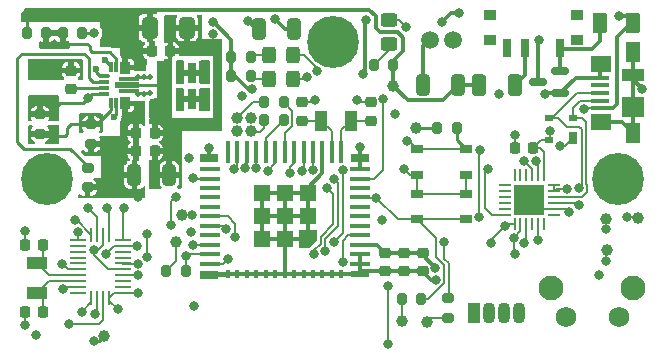
<source format=gbr>
%TF.GenerationSoftware,KiCad,Pcbnew,(6.0.7)*%
%TF.CreationDate,2022-10-18T17:16:58-04:00*%
%TF.ProjectId,PCB,5043422e-6b69-4636-9164-5f7063625858,rev?*%
%TF.SameCoordinates,Original*%
%TF.FileFunction,Copper,L1,Top*%
%TF.FilePolarity,Positive*%
%FSLAX46Y46*%
G04 Gerber Fmt 4.6, Leading zero omitted, Abs format (unit mm)*
G04 Created by KiCad (PCBNEW (6.0.7)) date 2022-10-18 17:16:59*
%MOMM*%
%LPD*%
G01*
G04 APERTURE LIST*
G04 Aperture macros list*
%AMRoundRect*
0 Rectangle with rounded corners*
0 $1 Rounding radius*
0 $2 $3 $4 $5 $6 $7 $8 $9 X,Y pos of 4 corners*
0 Add a 4 corners polygon primitive as box body*
4,1,4,$2,$3,$4,$5,$6,$7,$8,$9,$2,$3,0*
0 Add four circle primitives for the rounded corners*
1,1,$1+$1,$2,$3*
1,1,$1+$1,$4,$5*
1,1,$1+$1,$6,$7*
1,1,$1+$1,$8,$9*
0 Add four rect primitives between the rounded corners*
20,1,$1+$1,$2,$3,$4,$5,0*
20,1,$1+$1,$4,$5,$6,$7,0*
20,1,$1+$1,$6,$7,$8,$9,0*
20,1,$1+$1,$8,$9,$2,$3,0*%
%AMFreePoly0*
4,1,15,-0.124998,0.730000,0.725000,0.730000,0.728536,0.728536,0.730000,0.725000,0.730000,-0.725000,0.728536,-0.728536,0.725000,-0.730000,-0.725000,-0.730000,-0.728536,-0.728536,-0.730000,-0.725000,-0.730001,0.125000,-0.728536,0.128536,-0.128536,0.728536,-0.125000,0.730001,-0.124998,0.730000,-0.124998,0.730000,$1*%
G04 Aperture macros list end*
%TA.AperFunction,SMDPad,CuDef*%
%ADD10RoundRect,0.002500X-0.372600X-0.122500X0.372600X-0.122500X0.372600X0.122500X-0.372600X0.122500X0*%
%TD*%
%TA.AperFunction,SMDPad,CuDef*%
%ADD11RoundRect,0.002500X-0.397500X-0.122500X0.397500X-0.122500X0.397500X0.122500X-0.397500X0.122500X0*%
%TD*%
%TA.AperFunction,SMDPad,CuDef*%
%ADD12RoundRect,0.002734X-0.397266X-0.133966X0.397266X-0.133966X0.397266X0.133966X-0.397266X0.133966X0*%
%TD*%
%TA.AperFunction,SMDPad,CuDef*%
%ADD13RoundRect,0.002500X-0.122500X-0.422500X0.122500X-0.422500X0.122500X0.422500X-0.122500X0.422500X0*%
%TD*%
%TA.AperFunction,SMDPad,CuDef*%
%ADD14RoundRect,0.002484X-0.121716X-0.422516X0.121716X-0.422516X0.121716X0.422516X-0.121716X0.422516X0*%
%TD*%
%TA.AperFunction,SMDPad,CuDef*%
%ADD15RoundRect,0.017000X-0.408000X-0.433000X0.408000X-0.433000X0.408000X0.433000X-0.408000X0.433000X0*%
%TD*%
%TA.AperFunction,SMDPad,CuDef*%
%ADD16RoundRect,0.003450X-0.821550X-0.169050X0.821550X-0.169050X0.821550X0.169050X-0.821550X0.169050X0*%
%TD*%
%TA.AperFunction,SMDPad,CuDef*%
%ADD17RoundRect,0.003500X-0.996500X-0.171500X0.996500X-0.171500X0.996500X0.171500X-0.996500X0.171500X0*%
%TD*%
%TA.AperFunction,SMDPad,CuDef*%
%ADD18RoundRect,0.003350X-0.821650X-0.164150X0.821650X-0.164150X0.821650X0.164150X-0.821650X0.164150X0*%
%TD*%
%TA.AperFunction,SMDPad,CuDef*%
%ADD19R,0.711200X1.752600*%
%TD*%
%TA.AperFunction,SMDPad,CuDef*%
%ADD20RoundRect,0.225000X-0.225000X-0.250000X0.225000X-0.250000X0.225000X0.250000X-0.225000X0.250000X0*%
%TD*%
%TA.AperFunction,ComponentPad*%
%ADD21C,2.100000*%
%TD*%
%TA.AperFunction,ComponentPad*%
%ADD22C,1.750000*%
%TD*%
%TA.AperFunction,SMDPad,CuDef*%
%ADD23RoundRect,0.250000X0.325000X0.650000X-0.325000X0.650000X-0.325000X-0.650000X0.325000X-0.650000X0*%
%TD*%
%TA.AperFunction,SMDPad,CuDef*%
%ADD24RoundRect,0.200000X0.275000X-0.200000X0.275000X0.200000X-0.275000X0.200000X-0.275000X-0.200000X0*%
%TD*%
%TA.AperFunction,SMDPad,CuDef*%
%ADD25RoundRect,0.200000X0.200000X0.275000X-0.200000X0.275000X-0.200000X-0.275000X0.200000X-0.275000X0*%
%TD*%
%TA.AperFunction,ComponentPad*%
%ADD26R,1.070000X1.800000*%
%TD*%
%TA.AperFunction,ComponentPad*%
%ADD27O,1.070000X1.800000*%
%TD*%
%TA.AperFunction,SMDPad,CuDef*%
%ADD28RoundRect,0.250000X-0.325000X-0.650000X0.325000X-0.650000X0.325000X0.650000X-0.325000X0.650000X0*%
%TD*%
%TA.AperFunction,SMDPad,CuDef*%
%ADD29RoundRect,0.062500X0.475000X0.062500X-0.475000X0.062500X-0.475000X-0.062500X0.475000X-0.062500X0*%
%TD*%
%TA.AperFunction,SMDPad,CuDef*%
%ADD30RoundRect,0.062500X0.062500X0.475000X-0.062500X0.475000X-0.062500X-0.475000X0.062500X-0.475000X0*%
%TD*%
%TA.AperFunction,SMDPad,CuDef*%
%ADD31R,2.600000X2.600000*%
%TD*%
%TA.AperFunction,SMDPad,CuDef*%
%ADD32RoundRect,0.250000X-0.450000X0.325000X-0.450000X-0.325000X0.450000X-0.325000X0.450000X0.325000X0*%
%TD*%
%TA.AperFunction,SMDPad,CuDef*%
%ADD33RoundRect,0.200000X-0.200000X-0.275000X0.200000X-0.275000X0.200000X0.275000X-0.200000X0.275000X0*%
%TD*%
%TA.AperFunction,SMDPad,CuDef*%
%ADD34R,1.630000X0.450000*%
%TD*%
%TA.AperFunction,SMDPad,CuDef*%
%ADD35R,1.900000X1.800000*%
%TD*%
%TA.AperFunction,SMDPad,CuDef*%
%ADD36R,1.800000X1.425000*%
%TD*%
%TA.AperFunction,SMDPad,CuDef*%
%ADD37R,1.300000X1.750000*%
%TD*%
%TA.AperFunction,SMDPad,CuDef*%
%ADD38R,1.900000X1.000000*%
%TD*%
%TA.AperFunction,SMDPad,CuDef*%
%ADD39RoundRect,0.225000X-0.250000X0.225000X-0.250000X-0.225000X0.250000X-0.225000X0.250000X0.225000X0*%
%TD*%
%TA.AperFunction,SMDPad,CuDef*%
%ADD40R,1.800000X1.000000*%
%TD*%
%TA.AperFunction,ComponentPad*%
%ADD41C,1.508000*%
%TD*%
%TA.AperFunction,SMDPad,CuDef*%
%ADD42RoundRect,0.225000X0.250000X-0.225000X0.250000X0.225000X-0.250000X0.225000X-0.250000X-0.225000X0*%
%TD*%
%TA.AperFunction,SMDPad,CuDef*%
%ADD43C,1.000000*%
%TD*%
%TA.AperFunction,SMDPad,CuDef*%
%ADD44RoundRect,0.276000X0.324000X0.634000X-0.324000X0.634000X-0.324000X-0.634000X0.324000X-0.634000X0*%
%TD*%
%TA.AperFunction,SMDPad,CuDef*%
%ADD45R,1.375000X0.250000*%
%TD*%
%TA.AperFunction,SMDPad,CuDef*%
%ADD46R,0.250000X1.275000*%
%TD*%
%TA.AperFunction,SMDPad,CuDef*%
%ADD47R,1.375000X0.275000*%
%TD*%
%TA.AperFunction,SMDPad,CuDef*%
%ADD48RoundRect,0.250000X0.325000X0.450000X-0.325000X0.450000X-0.325000X-0.450000X0.325000X-0.450000X0*%
%TD*%
%TA.AperFunction,ComponentPad*%
%ADD49C,0.700000*%
%TD*%
%TA.AperFunction,ComponentPad*%
%ADD50C,4.400000*%
%TD*%
%TA.AperFunction,SMDPad,CuDef*%
%ADD51R,0.711200X1.498600*%
%TD*%
%TA.AperFunction,SMDPad,CuDef*%
%ADD52R,0.990600X0.812800*%
%TD*%
%TA.AperFunction,SMDPad,CuDef*%
%ADD53R,1.000000X1.800000*%
%TD*%
%TA.AperFunction,SMDPad,CuDef*%
%ADD54RoundRect,0.250000X-0.412500X-0.650000X0.412500X-0.650000X0.412500X0.650000X-0.412500X0.650000X0*%
%TD*%
%TA.AperFunction,SMDPad,CuDef*%
%ADD55RoundRect,0.225000X0.225000X0.250000X-0.225000X0.250000X-0.225000X-0.250000X0.225000X-0.250000X0*%
%TD*%
%TA.AperFunction,SMDPad,CuDef*%
%ADD56R,0.700000X1.000000*%
%TD*%
%TA.AperFunction,SMDPad,CuDef*%
%ADD57R,0.700000X0.600000*%
%TD*%
%TA.AperFunction,SMDPad,CuDef*%
%ADD58R,1.700000X0.400000*%
%TD*%
%TA.AperFunction,SMDPad,CuDef*%
%ADD59R,0.400000X1.900000*%
%TD*%
%TA.AperFunction,SMDPad,CuDef*%
%ADD60R,0.400000X0.800000*%
%TD*%
%TA.AperFunction,SMDPad,CuDef*%
%ADD61R,1.450000X1.450000*%
%TD*%
%TA.AperFunction,SMDPad,CuDef*%
%ADD62R,1.600000X0.700000*%
%TD*%
%TA.AperFunction,SMDPad,CuDef*%
%ADD63R,1.600000X0.600000*%
%TD*%
%TA.AperFunction,SMDPad,CuDef*%
%ADD64FreePoly0,180.000000*%
%TD*%
%TA.AperFunction,SMDPad,CuDef*%
%ADD65RoundRect,0.150000X0.587500X0.150000X-0.587500X0.150000X-0.587500X-0.150000X0.587500X-0.150000X0*%
%TD*%
%TA.AperFunction,SMDPad,CuDef*%
%ADD66RoundRect,0.250000X-0.375000X-0.625000X0.375000X-0.625000X0.375000X0.625000X-0.375000X0.625000X0*%
%TD*%
%TA.AperFunction,SMDPad,CuDef*%
%ADD67R,1.050000X0.650000*%
%TD*%
%TA.AperFunction,ViaPad*%
%ADD68C,0.800000*%
%TD*%
%TA.AperFunction,ViaPad*%
%ADD69C,0.600000*%
%TD*%
%TA.AperFunction,ViaPad*%
%ADD70C,0.500000*%
%TD*%
%TA.AperFunction,ViaPad*%
%ADD71C,1.000000*%
%TD*%
%TA.AperFunction,Conductor*%
%ADD72C,0.200000*%
%TD*%
%TA.AperFunction,Conductor*%
%ADD73C,0.250000*%
%TD*%
%TA.AperFunction,Conductor*%
%ADD74C,0.350000*%
%TD*%
%TA.AperFunction,Conductor*%
%ADD75C,0.300000*%
%TD*%
G04 APERTURE END LIST*
D10*
%TO.P,U4,1,PS/SYNC*%
%TO.N,Vin*%
X199351150Y-97023750D03*
D11*
%TO.P,U4,2,PG*%
%TO.N,Net-(R14-Pad2)*%
X199326250Y-97523750D03*
D12*
%TO.P,U4,3,VAUX*%
%TO.N,Net-(C13-Pad1)*%
X199326250Y-98012050D03*
D11*
%TO.P,U4,4,GND*%
%TO.N,GND*%
X199326250Y-98523750D03*
D13*
%TO.P,U4,5,FB*%
%TO.N,Net-(R13-Pad2)*%
X199851250Y-99298750D03*
D14*
%TO.P,U4,6,FB2*%
%TO.N,GND*%
X200350450Y-99298750D03*
D15*
%TO.P,U4,7_8,VOUT*%
%TO.N,+3.3V*%
X201101250Y-99273750D03*
D16*
%TO.P,U4,9,L2*%
%TO.N,Net-(L1-Pad2)*%
X201451250Y-98276250D03*
D17*
%TO.P,U4,10,PGND*%
%TO.N,GND*%
X201276250Y-97773750D03*
D18*
%TO.P,U4,11,L1*%
%TO.N,Net-(L1-Pad1)*%
X201451250Y-97266250D03*
D15*
%TO.P,U4,12_13,VIN*%
%TO.N,Vin*%
X201101250Y-96273750D03*
D13*
%TO.P,U4,14,EN*%
%TO.N,Net-(R10-Pad2)*%
X200351250Y-96248750D03*
%TO.P,U4,15,VSEL*%
%TO.N,GND*%
X199851250Y-96248750D03*
%TD*%
D19*
%TO.P,L1,1,1*%
%TO.N,Net-(L1-Pad1)*%
X206720000Y-96756200D03*
%TO.P,L1,2,2*%
%TO.N,Net-(L1-Pad2)*%
X206720000Y-98915200D03*
%TD*%
D20*
%TO.P,C26,1*%
%TO.N,Vin*%
X203370000Y-94850000D03*
%TO.P,C26,2*%
%TO.N,GND*%
X204920000Y-94850000D03*
%TD*%
D21*
%TO.P,SW3,*%
%TO.N,*%
X244120000Y-114910000D03*
X237110000Y-114910000D03*
D22*
%TO.P,SW3,1,1*%
%TO.N,SESSION_BUTTON*%
X242870000Y-117400000D03*
%TO.P,SW3,2,2*%
%TO.N,GND*%
X238370000Y-117400000D03*
%TD*%
D23*
%TO.P,C21,1*%
%TO.N,+BATT*%
X215365000Y-92980000D03*
%TO.P,C21,2*%
%TO.N,GND*%
X212415000Y-92980000D03*
%TD*%
D24*
%TO.P,R14,1*%
%TO.N,+3.3V*%
X197900000Y-106425000D03*
%TO.P,R14,2*%
%TO.N,Net-(R14-Pad2)*%
X197900000Y-104775000D03*
%TD*%
D25*
%TO.P,R12,1*%
%TO.N,GND*%
X197450000Y-93350000D03*
%TO.P,R12,2*%
%TO.N,Net-(R10-Pad2)*%
X195800000Y-93350000D03*
%TD*%
D26*
%TO.P,D6,1,RA*%
%TO.N,Net-(D6-Pad1)*%
X230600000Y-117070000D03*
D27*
%TO.P,D6,2,GA*%
%TO.N,Net-(D6-Pad2)*%
X231870000Y-117070000D03*
%TO.P,D6,3,BA*%
%TO.N,Net-(D6-Pad3)*%
X233140000Y-117070000D03*
%TO.P,D6,4,K*%
%TO.N,GND*%
X234410000Y-117070000D03*
%TD*%
D28*
%TO.P,C7,1*%
%TO.N,GND*%
X226335000Y-97760000D03*
%TO.P,C7,2*%
%TO.N,Vin*%
X229285000Y-97760000D03*
%TD*%
D20*
%TO.P,C8,1*%
%TO.N,GND*%
X234085000Y-103090000D03*
%TO.P,C8,2*%
%TO.N,+5V*%
X235635000Y-103090000D03*
%TD*%
D24*
%TO.P,R13,1*%
%TO.N,+3.3V*%
X198200000Y-102725000D03*
%TO.P,R13,2*%
%TO.N,Net-(R13-Pad2)*%
X198200000Y-101075000D03*
%TD*%
D29*
%TO.P,U2,1,~{RI}/CLK*%
%TO.N,unconnected-(U2-Pad1)*%
X237362500Y-108725000D03*
%TO.P,U2,2,GND*%
%TO.N,GND*%
X237362500Y-108225000D03*
%TO.P,U2,3,D+*%
%TO.N,USB_D+*%
X237362500Y-107725000D03*
%TO.P,U2,4,D-*%
%TO.N,USB_D-*%
X237362500Y-107225000D03*
%TO.P,U2,5,VIO*%
%TO.N,+3.3V*%
X237362500Y-106725000D03*
%TO.P,U2,6,VDD*%
X237362500Y-106225000D03*
D30*
%TO.P,U2,7,VREGIN*%
%TO.N,+5V*%
X236550000Y-105412500D03*
%TO.P,U2,8,VBUS*%
%TO.N,Net-(R5-Pad2)*%
X236050000Y-105412500D03*
%TO.P,U2,9,~{RST}*%
%TO.N,+3.3V*%
X235550000Y-105412500D03*
%TO.P,U2,10,NC*%
%TO.N,unconnected-(U2-Pad10)*%
X235050000Y-105412500D03*
%TO.P,U2,11,~{WAKEUP}/GPIO.3*%
%TO.N,unconnected-(U2-Pad11)*%
X234550000Y-105412500D03*
%TO.P,U2,12,RS485/GPIO.2*%
%TO.N,unconnected-(U2-Pad12)*%
X234050000Y-105412500D03*
D29*
%TO.P,U2,13,~{RXT}/GPIO.1*%
%TO.N,unconnected-(U2-Pad13)*%
X233237500Y-106225000D03*
%TO.P,U2,14,~{TXT}/GPIO.0*%
%TO.N,unconnected-(U2-Pad14)*%
X233237500Y-106725000D03*
%TO.P,U2,15,~{SUSPEND}*%
%TO.N,unconnected-(U2-Pad15)*%
X233237500Y-107225000D03*
%TO.P,U2,16,NC*%
%TO.N,unconnected-(U2-Pad16)*%
X233237500Y-107725000D03*
%TO.P,U2,17,SUSPEND*%
%TO.N,unconnected-(U2-Pad17)*%
X233237500Y-108225000D03*
%TO.P,U2,18,~{CTS}*%
%TO.N,PROG_CTS*%
X233237500Y-108725000D03*
D30*
%TO.P,U2,19,~{RTS}*%
%TO.N,PROG_RTS*%
X234050000Y-109537500D03*
%TO.P,U2,20,RXD*%
%TO.N,PROG_RX*%
X234550000Y-109537500D03*
%TO.P,U2,21,TXD*%
%TO.N,PROG_TX*%
X235050000Y-109537500D03*
%TO.P,U2,22,~{DSR}*%
%TO.N,unconnected-(U2-Pad22)*%
X235550000Y-109537500D03*
%TO.P,U2,23,~{DTR}*%
%TO.N,PROG_DTR*%
X236050000Y-109537500D03*
%TO.P,U2,24,~{DCD}*%
%TO.N,unconnected-(U2-Pad24)*%
X236550000Y-109537500D03*
D31*
%TO.P,U2,25,GND*%
%TO.N,GND*%
X235300000Y-107475000D03*
%TD*%
D32*
%TO.P,D5,1,K*%
%TO.N,GND*%
X223420000Y-92237500D03*
%TO.P,D5,2,A*%
%TO.N,Net-(D5-Pad2)*%
X223420000Y-94287500D03*
%TD*%
D33*
%TO.P,R41,1*%
%TO.N,unconnected-(R41-Pad1)*%
X212865000Y-99220000D03*
%TO.P,R41,2*%
%TO.N,JTAG_TMS*%
X214515000Y-99220000D03*
%TD*%
D34*
%TO.P,J1,1,VBUS*%
%TO.N,+5V*%
X241265000Y-99725000D03*
%TO.P,J1,2,D-*%
%TO.N,USB_D-*%
X241265000Y-99075000D03*
%TO.P,J1,3,D+*%
%TO.N,USB_D+*%
X241265000Y-98425000D03*
%TO.P,J1,4,ID*%
%TO.N,unconnected-(J1-Pad4)*%
X241265000Y-97775000D03*
%TO.P,J1,5,GND*%
%TO.N,GND*%
X241265000Y-97125000D03*
D35*
%TO.P,J1,6,Shield*%
X244050000Y-99575000D03*
D36*
X241350000Y-100912500D03*
X241350000Y-95937500D03*
D37*
X244050000Y-101850000D03*
D38*
X244050000Y-96875000D03*
D37*
X244050000Y-95000000D03*
%TD*%
D39*
%TO.P,C4,1*%
%TO.N,+3.3V*%
X226260000Y-111985000D03*
%TO.P,C4,2*%
%TO.N,GND*%
X226260000Y-113535000D03*
%TD*%
D40*
%TO.P,Y1,1,1*%
%TO.N,Net-(C15-Pad1)*%
X193650464Y-112850273D03*
%TO.P,Y1,2,2*%
%TO.N,Net-(C16-Pad1)*%
X193650464Y-115350273D03*
%TD*%
D41*
%TO.P,J2,1,Pin_1*%
%TO.N,+BATT*%
X228870000Y-93910000D03*
%TO.P,J2,2,Pin_2*%
%TO.N,GND*%
X226870000Y-93910000D03*
%TD*%
D33*
%TO.P,R10,1*%
%TO.N,Vin*%
X192750000Y-93350000D03*
%TO.P,R10,2*%
%TO.N,Net-(R10-Pad2)*%
X194400000Y-93350000D03*
%TD*%
D42*
%TO.P,C13,1*%
%TO.N,Net-(C13-Pad1)*%
X196500000Y-98075000D03*
%TO.P,C13,2*%
%TO.N,GND*%
X196500000Y-96525000D03*
%TD*%
D43*
%TO.P,TP13,1,1*%
%TO.N,Net-(R36-Pad2)*%
X205390000Y-111060000D03*
%TD*%
D44*
%TO.P,F1,1*%
%TO.N,Net-(F1-Pad1)*%
X234095000Y-97760000D03*
%TO.P,F1,2*%
%TO.N,Vin*%
X231085000Y-97760000D03*
%TD*%
D45*
%TO.P,U5,1*%
%TO.N,N/C*%
X197057964Y-115360273D03*
D46*
%TO.P,U5,2,GND*%
%TO.N,GND*%
X198220464Y-115772773D03*
%TO.P,U5,3,VDD*%
%TO.N,+3.3V*%
X198720464Y-115772773D03*
%TO.P,U5,4,~{BOOT}*%
%TO.N,Net-(R8-Pad2)*%
X199220464Y-115772773D03*
%TO.P,U5,5,PS1*%
%TO.N,GND*%
X199720464Y-115772773D03*
D45*
%TO.P,U5,6,PS0/WAKE*%
X200882964Y-115360273D03*
%TO.P,U5,7*%
%TO.N,N/C*%
X200882964Y-114860273D03*
%TO.P,U5,8*%
X200882964Y-114360273D03*
%TO.P,U5,9,CAP*%
%TO.N,Net-(C11-Pad1)*%
X200882964Y-113860273D03*
%TO.P,U5,10,CLKSEL0*%
%TO.N,GND*%
X200882964Y-113360273D03*
%TO.P,U5,11,~{RST}*%
%TO.N,~{BNO_RST}*%
X200882964Y-112860273D03*
%TO.P,U5,12*%
%TO.N,N/C*%
X200882964Y-112360273D03*
%TO.P,U5,13*%
X200882964Y-111860273D03*
%TO.P,U5,14,~{H_INT}*%
%TO.N,BNO_INTERRUPT*%
X200882964Y-111360273D03*
%TO.P,U5,15,ENV_SCL*%
%TO.N,Net-(R15-Pad2)*%
X200882964Y-110860273D03*
D46*
%TO.P,U5,16,ENV_SDA*%
%TO.N,Net-(R16-Pad2)*%
X199720464Y-110447773D03*
%TO.P,U5,17,SA0/H_MOSI*%
%TO.N,GND*%
X199220464Y-110447773D03*
%TO.P,U5,18,~{H_CS}*%
%TO.N,Net-(R7-Pad2)*%
X198720464Y-110447773D03*
%TO.P,U5,19,H_SCL/SCK/RX*%
%TO.N,I2C_SCL*%
X198220464Y-110447773D03*
D45*
%TO.P,U5,20,H_SDA/H_MISO/TX*%
%TO.N,I2C_SDA*%
X197057964Y-110860273D03*
%TO.P,U5,21*%
%TO.N,N/C*%
X197057964Y-111360273D03*
%TO.P,U5,22*%
X197057964Y-111860273D03*
%TO.P,U5,23*%
X197057964Y-112360273D03*
%TO.P,U5,24*%
X197057964Y-112860273D03*
%TO.P,U5,25,GNDIO*%
%TO.N,GND*%
X197057964Y-113360273D03*
%TO.P,U5,26,XOUT32/CLKSEL1*%
%TO.N,Net-(C15-Pad1)*%
X197057964Y-113860273D03*
D47*
%TO.P,U5,27,XIN32*%
%TO.N,Net-(C16-Pad1)*%
X197057964Y-114347773D03*
D45*
%TO.P,U5,28,VDDIO*%
%TO.N,+3.3V*%
X197057964Y-114860273D03*
%TD*%
D43*
%TO.P,TP6,1,1*%
%TO.N,Net-(R33-Pad1)*%
X226660000Y-117790000D03*
%TD*%
D20*
%TO.P,C14,1*%
%TO.N,+3.3V*%
X202025000Y-103350000D03*
%TO.P,C14,2*%
%TO.N,GND*%
X203575000Y-103350000D03*
%TD*%
D48*
%TO.P,D8,1,K*%
%TO.N,~{STDBY}*%
X215315000Y-95180000D03*
%TO.P,D8,2,A*%
%TO.N,Net-(D8-Pad2)*%
X213265000Y-95180000D03*
%TD*%
D49*
%TO.P,H1,1*%
%TO.N,N/C*%
X241633274Y-104533274D03*
X242800000Y-107350000D03*
X244450000Y-105700000D03*
X241633274Y-106866726D03*
X241150000Y-105700000D03*
X243966726Y-106866726D03*
X243966726Y-104533274D03*
D50*
X242800000Y-105700000D03*
D49*
X242800000Y-104050000D03*
%TD*%
D51*
%TO.P,SW4,1,A*%
%TO.N,Net-(D2-Pad1)*%
X237910001Y-94638401D03*
%TO.P,SW4,2,B*%
%TO.N,Net-(F1-Pad1)*%
X234909999Y-94638401D03*
%TO.P,SW4,3*%
%TO.N,N/C*%
X233409999Y-94638401D03*
D52*
%TO.P,SW4,6*%
X239310000Y-93938400D03*
%TO.P,SW4,7*%
X232010000Y-93938400D03*
%TO.P,SW4,8*%
X239310000Y-91838401D03*
%TO.P,SW4,9*%
X232010000Y-91838401D03*
%TD*%
D43*
%TO.P,TP5,1,1*%
%TO.N,Net-(R32-Pad1)*%
X241840000Y-111730000D03*
%TD*%
D25*
%TO.P,R19,1*%
%TO.N,Vin*%
X223795000Y-96040000D03*
%TO.P,R19,2*%
%TO.N,Net-(D5-Pad2)*%
X222145000Y-96040000D03*
%TD*%
D53*
%TO.P,Y2,1,1*%
%TO.N,XTAL_1*%
X217705000Y-100770000D03*
%TO.P,Y2,2,2*%
%TO.N,XTAL_0*%
X220205000Y-100770000D03*
%TD*%
D54*
%TO.P,C12,1*%
%TO.N,Vin*%
X203187500Y-92900000D03*
%TO.P,C12,2*%
%TO.N,GND*%
X206312500Y-92900000D03*
%TD*%
D48*
%TO.P,D7,1,K*%
%TO.N,~{CHRG}*%
X215315000Y-97230000D03*
%TO.P,D7,2,A*%
%TO.N,Net-(D7-Pad2)*%
X213265000Y-97230000D03*
%TD*%
D50*
%TO.P,H3,1*%
%TO.N,N/C*%
X218650000Y-94100000D03*
D49*
X219816726Y-95266726D03*
X217483274Y-95266726D03*
X219816726Y-92933274D03*
X218650000Y-95750000D03*
X220300000Y-94100000D03*
X217000000Y-94100000D03*
X217483274Y-92933274D03*
X218650000Y-92450000D03*
%TD*%
%TO.P,H2,1*%
%TO.N,N/C*%
X194500000Y-104050000D03*
X195666726Y-104533274D03*
X192850000Y-105700000D03*
X193333274Y-104533274D03*
D50*
X194500000Y-105700000D03*
D49*
X195666726Y-106866726D03*
X196150000Y-105700000D03*
X194500000Y-107350000D03*
X193333274Y-106866726D03*
%TD*%
D43*
%TO.P,TP14,1,1*%
%TO.N,Net-(R37-Pad2)*%
X205900000Y-108750000D03*
%TD*%
D55*
%TO.P,C15,1*%
%TO.N,Net-(C15-Pad1)*%
X194146154Y-111270131D03*
%TO.P,C15,2*%
%TO.N,GND*%
X192596154Y-111270131D03*
%TD*%
D56*
%TO.P,D1,1,GND*%
%TO.N,GND*%
X239000000Y-102225000D03*
D57*
%TO.P,D1,2,I/O1*%
%TO.N,USB_D-*%
X239000000Y-100525000D03*
%TO.P,D1,3,I/O2*%
%TO.N,USB_D+*%
X237000000Y-100525000D03*
%TO.P,D1,4,VCC*%
%TO.N,+5V*%
X237000000Y-102425000D03*
%TD*%
D43*
%TO.P,TP15,1,1*%
%TO.N,Net-(R38-Pad2)*%
X199265000Y-119020000D03*
%TD*%
D58*
%TO.P,U1,1,GND*%
%TO.N,GND*%
X220940000Y-112872500D03*
%TO.P,U1,2,GND*%
X220940000Y-112072500D03*
%TO.P,U1,3,3V3*%
%TO.N,+3.3V*%
X220940000Y-111272500D03*
%TO.P,U1,4,I36*%
%TO.N,SESSION_BUTTON*%
X220940000Y-110472500D03*
%TO.P,U1,5,I37*%
%TO.N,unconnected-(U1-Pad5)*%
X220940000Y-109672500D03*
%TO.P,U1,6,I38*%
%TO.N,unconnected-(U1-Pad6)*%
X220940000Y-108872500D03*
%TO.P,U1,7,I39*%
%TO.N,unconnected-(U1-Pad7)*%
X220940000Y-108072500D03*
%TO.P,U1,8,EN*%
%TO.N,~{RESET}*%
X220940000Y-107272500D03*
%TO.P,U1,9,I34*%
%TO.N,unconnected-(U1-Pad9)*%
X220940000Y-106472500D03*
%TO.P,U1,10,I35*%
%TO.N,BATT_READ*%
X220940000Y-105672500D03*
%TO.P,U1,11,GND*%
%TO.N,GND*%
X220940000Y-104872500D03*
D59*
%TO.P,U1,12,IO32*%
%TO.N,XTAL_0*%
X219390000Y-103422500D03*
%TO.P,U1,13,IO33*%
%TO.N,XTAL_1*%
X218590000Y-103422500D03*
%TO.P,U1,14,GND*%
%TO.N,GND*%
X217790000Y-103422500D03*
%TO.P,U1,15,IO25*%
%TO.N,RGB_BLUE*%
X216990000Y-103422500D03*
%TO.P,U1,16,IO26*%
%TO.N,RGB_GREEN*%
X216190000Y-103422500D03*
%TO.P,U1,17,IO27*%
%TO.N,RGB_RED*%
X215390000Y-103422500D03*
%TO.P,U1,18,IO14*%
%TO.N,JTAG_TMS*%
X214590000Y-103422500D03*
%TO.P,U1,19,IO12*%
%TO.N,JTAG_TDI*%
X213790000Y-103422500D03*
%TO.P,U1,20,IO13*%
%TO.N,JTAG_TCK*%
X212990000Y-103422500D03*
%TO.P,U1,21,IO15*%
%TO.N,JTAG_TDO*%
X212190000Y-103422500D03*
%TO.P,U1,22,IO2*%
%TO.N,Net-(R3-Pad2)*%
X211390000Y-103422500D03*
%TO.P,U1,23,IO0*%
%TO.N,GPIO0*%
X210590000Y-103422500D03*
%TO.P,U1,24,IO4*%
%TO.N,unconnected-(U1-Pad24)*%
X209790000Y-103422500D03*
D58*
%TO.P,U1,25,NC*%
%TO.N,unconnected-(U1-Pad25)*%
X208240000Y-104872500D03*
%TO.P,U1,26,IO20*%
%TO.N,I2C_SCL*%
X208240000Y-105672500D03*
%TO.P,U1,27,IO7*%
%TO.N,unconnected-(U1-Pad27)*%
X208240000Y-106472500D03*
%TO.P,U1,28,IO8*%
%TO.N,unconnected-(U1-Pad28)*%
X208240000Y-107272500D03*
%TO.P,U1,29,IO5*%
%TO.N,unconnected-(U1-Pad29)*%
X208240000Y-108072500D03*
%TO.P,U1,30,RXD0*%
%TO.N,PROG_TX*%
X208240000Y-108872500D03*
%TO.P,U1,31,TXD0*%
%TO.N,PROG_RX*%
X208240000Y-109672500D03*
%TO.P,U1,32,NC*%
%TO.N,unconnected-(U1-Pad32)*%
X208240000Y-110472500D03*
%TO.P,U1,33,IO19*%
%TO.N,BNO_INTERRUPT*%
X208240000Y-111272500D03*
%TO.P,U1,34,IO22*%
%TO.N,I2C_SDA*%
X208240000Y-112072500D03*
%TO.P,U1,35,IO21*%
%TO.N,~{BNO_RST}*%
X208240000Y-112872500D03*
D60*
%TO.P,U1,36,GND*%
%TO.N,GND*%
X209790000Y-113772500D03*
%TO.P,U1,37,GND*%
X210590000Y-113772500D03*
%TO.P,U1,38,GND*%
X211390000Y-113772500D03*
%TO.P,U1,39,GND*%
X212190000Y-113772500D03*
%TO.P,U1,40,GND*%
X212990000Y-113772500D03*
%TO.P,U1,41,GND*%
X213790000Y-113772500D03*
%TO.P,U1,42,GND*%
X214590000Y-113772500D03*
%TO.P,U1,43,GND*%
X215390000Y-113772500D03*
%TO.P,U1,44,GND*%
X216190000Y-113772500D03*
%TO.P,U1,45,GND*%
X216990000Y-113772500D03*
%TO.P,U1,46,GND*%
X217790000Y-113772500D03*
%TO.P,U1,47,GND*%
X218590000Y-113772500D03*
%TO.P,U1,48,GND*%
X219390000Y-113772500D03*
D61*
%TO.P,U1,49,GND*%
X214590000Y-108872500D03*
D62*
%TO.P,U1,50,GND*%
X208190000Y-113822500D03*
%TO.P,U1,51,GND*%
X208190000Y-103922500D03*
%TO.P,U1,52,GND*%
X220990000Y-103922500D03*
D63*
%TO.P,U1,53,GND*%
X220990000Y-113772500D03*
D61*
%TO.P,U1,54,GND*%
X216540000Y-108872500D03*
%TO.P,U1,55,GND*%
X216540000Y-106922500D03*
%TO.P,U1,56,GND*%
X214590000Y-106922500D03*
%TO.P,U1,57,GND*%
X212640000Y-106922500D03*
%TO.P,U1,58,GND*%
X212640000Y-108872500D03*
%TO.P,U1,59,GND*%
X212640000Y-110822500D03*
%TO.P,U1,60,GND*%
X214590000Y-110822500D03*
D64*
%TO.P,U1,61,GND*%
X216540000Y-110822500D03*
%TD*%
D43*
%TO.P,TP11,1,1*%
%TO.N,Net-(R29-Pad1)*%
X224510000Y-117770000D03*
%TD*%
%TO.P,TP3,1,1*%
%TO.N,Vin*%
X223790000Y-97830000D03*
%TD*%
D42*
%TO.P,C18,1*%
%TO.N,XTAL_1*%
X216030000Y-100770000D03*
%TO.P,C18,2*%
%TO.N,GND*%
X216030000Y-99220000D03*
%TD*%
D24*
%TO.P,R9,1*%
%TO.N,Net-(R13-Pad2)*%
X193875000Y-101875000D03*
%TO.P,R9,2*%
%TO.N,GND*%
X193875000Y-100225000D03*
%TD*%
D33*
%TO.P,R40,1*%
%TO.N,unconnected-(R40-Pad1)*%
X212865000Y-100750000D03*
%TO.P,R40,2*%
%TO.N,JTAG_TCK*%
X214515000Y-100750000D03*
%TD*%
%TO.P,R22,1*%
%TO.N,+5V*%
X210065000Y-97010000D03*
%TO.P,R22,2*%
%TO.N,Net-(D7-Pad2)*%
X211715000Y-97010000D03*
%TD*%
D42*
%TO.P,C19,1*%
%TO.N,XTAL_0*%
X221880000Y-100770000D03*
%TO.P,C19,2*%
%TO.N,GND*%
X221880000Y-99220000D03*
%TD*%
D33*
%TO.P,R29,1*%
%TO.N,Net-(R29-Pad1)*%
X224515000Y-115910000D03*
%TO.P,R29,2*%
%TO.N,~{RESET}*%
X226165000Y-115910000D03*
%TD*%
D65*
%TO.P,Q3,1,G*%
%TO.N,GND*%
X237917500Y-98470000D03*
%TO.P,Q3,2,S*%
%TO.N,Net-(D2-Pad1)*%
X237917500Y-96570000D03*
%TO.P,Q3,3,D*%
%TO.N,+BATT*%
X236042500Y-97520000D03*
%TD*%
D33*
%TO.P,R30,1*%
%TO.N,Net-(R30-Pad1)*%
X227525000Y-101400000D03*
%TO.P,R30,2*%
%TO.N,GPIO0*%
X229175000Y-101400000D03*
%TD*%
D39*
%TO.P,C5,1*%
%TO.N,+3.3V*%
X223110000Y-111985000D03*
%TO.P,C5,2*%
%TO.N,GND*%
X223110000Y-113535000D03*
%TD*%
D66*
%TO.P,D2,1,K*%
%TO.N,Net-(D2-Pad1)*%
X241300000Y-92470000D03*
%TO.P,D2,2,A*%
%TO.N,+5V*%
X244100000Y-92470000D03*
%TD*%
D43*
%TO.P,TP8,1,1*%
%TO.N,Net-(R35-Pad1)*%
X244510000Y-109040000D03*
%TD*%
D55*
%TO.P,C16,1*%
%TO.N,Net-(C16-Pad1)*%
X194156154Y-116930131D03*
%TO.P,C16,2*%
%TO.N,GND*%
X192606154Y-116930131D03*
%TD*%
D28*
%TO.P,C17,1*%
%TO.N,+3.3V*%
X201875000Y-105350000D03*
%TO.P,C17,2*%
%TO.N,GND*%
X204825000Y-105350000D03*
%TD*%
D33*
%TO.P,R23,1*%
%TO.N,+5V*%
X210055000Y-95400000D03*
%TO.P,R23,2*%
%TO.N,Net-(D8-Pad2)*%
X211705000Y-95400000D03*
%TD*%
D67*
%TO.P,SW2,1,1*%
%TO.N,GND*%
X229960000Y-105336263D03*
X225810000Y-105336263D03*
%TO.P,SW2,2,2*%
%TO.N,GPIO0*%
X225835000Y-103186263D03*
X229960000Y-103186263D03*
%TD*%
%TO.P,SW1,1,1*%
%TO.N,GND*%
X229935000Y-106980000D03*
X225785000Y-106980000D03*
%TO.P,SW1,2,2*%
%TO.N,~{RESET}*%
X229910000Y-109130000D03*
X225785000Y-109130000D03*
%TD*%
D39*
%TO.P,C6,1*%
%TO.N,+3.3V*%
X224685000Y-111985000D03*
%TO.P,C6,2*%
%TO.N,GND*%
X224685000Y-113535000D03*
%TD*%
D24*
%TO.P,R33,1*%
%TO.N,Net-(R33-Pad1)*%
X228450000Y-117455000D03*
%TO.P,R33,2*%
%TO.N,PROG_RTS*%
X228450000Y-115805000D03*
%TD*%
D43*
%TO.P,TP12,1,1*%
%TO.N,Net-(R30-Pad1)*%
X225710000Y-101355000D03*
%TD*%
%TO.P,TP4,1,1*%
%TO.N,Net-(R31-Pad1)*%
X241790000Y-109130000D03*
%TD*%
D20*
%TO.P,C27,1*%
%TO.N,+3.3V*%
X202025000Y-101800000D03*
%TO.P,C27,2*%
%TO.N,GND*%
X203575000Y-101800000D03*
%TD*%
D25*
%TO.P,R36,1*%
%TO.N,I2C_SDA*%
X206225000Y-113490000D03*
%TO.P,R36,2*%
%TO.N,Net-(R36-Pad2)*%
X204575000Y-113490000D03*
%TD*%
D68*
%TO.N,+3.3V*%
X206890000Y-116480000D03*
%TO.N,GND*%
X192610000Y-118060000D03*
X192610000Y-110080000D03*
%TO.N,+3.3V*%
X193570000Y-118910000D03*
%TO.N,Net-(R8-Pad2)*%
X196300000Y-117980000D03*
%TO.N,BNO_INTERRUPT*%
X199450000Y-112040000D03*
%TO.N,GND*%
X198430000Y-111720000D03*
%TO.N,I2C_SCL*%
X205000000Y-109600000D03*
X196870000Y-109200000D03*
%TO.N,Net-(R15-Pad2)*%
X200990000Y-108164500D03*
%TO.N,I2C_SDA*%
X202970000Y-112276889D03*
X202970000Y-110400000D03*
X197050000Y-110200000D03*
%TO.N,Net-(R16-Pad2)*%
X199510000Y-108169500D03*
%TO.N,Net-(R7-Pad2)*%
X197930000Y-108154500D03*
%TO.N,GND*%
X202150000Y-115360000D03*
%TO.N,Net-(C11-Pad1)*%
X202150000Y-113860000D03*
%TO.N,~{BNO_RST}*%
X202130000Y-112870000D03*
%TO.N,BNO_INTERRUPT*%
X206840000Y-111260000D03*
X202120000Y-111360000D03*
%TO.N,I2C_SDA*%
X206254754Y-112226389D03*
%TO.N,Net-(R38-Pad2)*%
X198455000Y-119450000D03*
%TO.N,USB_D+*%
X239510000Y-107924500D03*
X239510378Y-106500378D03*
%TO.N,+5V*%
X208550496Y-92442987D03*
X227892345Y-92417655D03*
X229340000Y-91660000D03*
X242900000Y-91940000D03*
X239897372Y-99801872D03*
X211840000Y-98084500D03*
X221510000Y-92264500D03*
X237080000Y-101650000D03*
X221210000Y-96800000D03*
%TO.N,GPIO0*%
X224967457Y-102491185D03*
X210290000Y-104840000D03*
%TO.N,~{RESET}*%
X222310000Y-107280000D03*
%TO.N,+BATT*%
X213800000Y-92190000D03*
X236090000Y-93910000D03*
%TO.N,Net-(R5-Pad2)*%
X235850500Y-104164500D03*
D69*
%TO.N,Vin*%
X201290000Y-94450000D03*
X198624500Y-96360000D03*
X201290000Y-93210000D03*
X201290000Y-95080000D03*
X201290000Y-93830000D03*
D68*
%TO.N,+3.3V*%
X222800000Y-109205500D03*
X227331435Y-113238972D03*
D69*
X201110000Y-100350000D03*
D68*
X206630000Y-110200000D03*
X195801203Y-115047273D03*
D69*
X201110000Y-100970000D03*
D68*
X206520000Y-103960000D03*
X241180000Y-113880000D03*
D69*
X200950000Y-104250000D03*
X201110000Y-101590000D03*
D68*
X202155000Y-107255000D03*
X198520964Y-117160273D03*
X234851018Y-104158075D03*
X238511191Y-106525500D03*
%TO.N,RGB_RED*%
X217076892Y-112100982D03*
X218162933Y-106465234D03*
X215037823Y-105205997D03*
%TO.N,RGB_GREEN*%
X216026464Y-105059047D03*
X218030000Y-111800000D03*
X218770381Y-105671502D03*
%TO.N,RGB_BLUE*%
X219490498Y-104972002D03*
X217020000Y-104950000D03*
X218790998Y-111012682D03*
%TO.N,~{CHRG}*%
X216477844Y-97105812D03*
%TO.N,~{STDBY}*%
X217315937Y-96561197D03*
%TO.N,Net-(R3-Pad2)*%
X211250743Y-104768426D03*
%TO.N,~{BNO_RST}*%
X209750000Y-112520000D03*
%TO.N,SESSION_BUTTON*%
X223300000Y-114740000D03*
X223320000Y-119660000D03*
X219490498Y-112772998D03*
%TO.N,I2C_SCL*%
X206820000Y-105660000D03*
X205350000Y-107200000D03*
%TO.N,PROG_DTR*%
X231100000Y-103260000D03*
X231070000Y-108950500D03*
X236050000Y-110840000D03*
%TO.N,BATT_READ*%
X222948453Y-98895317D03*
%TO.N,PROG_RTS*%
X232022286Y-111167214D03*
X233230000Y-109650000D03*
X228099500Y-111004500D03*
%TO.N,PROG_TX*%
X234882691Y-111161752D03*
X210398907Y-110604500D03*
%TO.N,PROG_RX*%
X234050000Y-112074000D03*
X209630000Y-109930000D03*
X234010000Y-110674500D03*
%TO.N,PROG_CTS*%
X231769500Y-104890000D03*
%TO.N,GND*%
X208480000Y-93440000D03*
X227372362Y-114237637D03*
D69*
X193310000Y-96320000D03*
D68*
X232700000Y-98500000D03*
D69*
X205980000Y-94940000D03*
D68*
X220720000Y-99050000D03*
X197390464Y-116950273D03*
D69*
X200171110Y-100472067D03*
X205980000Y-94340000D03*
D68*
X211495649Y-92292141D03*
X238682748Y-108485445D03*
X224721622Y-104847739D03*
D69*
X205530000Y-103410000D03*
D68*
X200470464Y-116750273D03*
D69*
X205530000Y-100950000D03*
X199370000Y-95624500D03*
D68*
X223960000Y-100220000D03*
X217150000Y-99020000D03*
D69*
X205530000Y-101560000D03*
D68*
X224850000Y-92814500D03*
X237910000Y-102940000D03*
X195770962Y-112920273D03*
D69*
X205530000Y-102790000D03*
D68*
X208180000Y-103045500D03*
D69*
X193840000Y-96800000D03*
X193830000Y-95780000D03*
D68*
X210965656Y-98661093D03*
X234100000Y-101970000D03*
X236630000Y-98500000D03*
X220980000Y-102970000D03*
X244880000Y-98050000D03*
X198460000Y-93340000D03*
X197935000Y-98865000D03*
D69*
X205530000Y-102170000D03*
D70*
%TO.N,Net-(L1-Pad1)*%
X205760000Y-97160000D03*
X203210000Y-97080000D03*
X202190000Y-97080000D03*
X202700000Y-97090000D03*
X205760000Y-96130000D03*
X205770000Y-96650000D03*
%TO.N,Net-(L1-Pad2)*%
X203210000Y-98470000D03*
X205740000Y-98880000D03*
X205740000Y-98360000D03*
X205740000Y-99400000D03*
X202200000Y-98490000D03*
X202710000Y-98490000D03*
D68*
%TO.N,Net-(R31-Pad1)*%
X241780000Y-109930000D03*
%TO.N,Net-(R32-Pad1)*%
X241810000Y-112650000D03*
%TO.N,Net-(R35-Pad1)*%
X243600000Y-108940000D03*
%TO.N,Net-(R37-Pad2)*%
X206750000Y-108750000D03*
%TO.N,JTAG_TDI*%
X213175188Y-105009119D03*
%TO.N,JTAG_TDO*%
X212200000Y-104790000D03*
D71*
%TO.N,unconnected-(R39-Pad1)*%
X211729357Y-100510547D03*
%TO.N,unconnected-(R40-Pad1)*%
X211740000Y-101660000D03*
%TO.N,unconnected-(R41-Pad1)*%
X210579898Y-100520540D03*
%TO.N,unconnected-(R42-Pad1)*%
X210570000Y-101670000D03*
%TD*%
D72*
%TO.N,I2C_SDA*%
X206254754Y-113460246D02*
X206225000Y-113490000D01*
X206254754Y-112226389D02*
X206254754Y-113460246D01*
%TO.N,Net-(R36-Pad2)*%
X205390000Y-112675000D02*
X205390000Y-111060000D01*
X204575000Y-113490000D02*
X205390000Y-112675000D01*
%TO.N,GND*%
X192606154Y-118056154D02*
X192610000Y-118060000D01*
X192606154Y-116930131D02*
X192606154Y-118056154D01*
X192596154Y-110093846D02*
X192610000Y-110080000D01*
X192596154Y-111270131D02*
X192596154Y-110093846D01*
%TO.N,Net-(R8-Pad2)*%
X198910000Y-117980000D02*
X196300000Y-117980000D01*
X199160000Y-117730000D02*
X198910000Y-117980000D01*
X199220464Y-117669536D02*
X199160000Y-117730000D01*
X199220464Y-115772773D02*
X199220464Y-117669536D01*
%TO.N,GND*%
X198430000Y-112180000D02*
X198430000Y-111720000D01*
X199610273Y-113360273D02*
X198430000Y-112180000D01*
%TO.N,BNO_INTERRUPT*%
X200129727Y-111360273D02*
X199450000Y-112040000D01*
X200882964Y-111360273D02*
X200129727Y-111360273D01*
%TO.N,GND*%
X198785737Y-111720000D02*
X198430000Y-111720000D01*
X199220464Y-111285273D02*
X198785737Y-111720000D01*
X199220464Y-110447773D02*
X199220464Y-111285273D01*
X200882964Y-113360273D02*
X199610273Y-113360273D01*
%TO.N,I2C_SCL*%
X205000000Y-107550000D02*
X205350000Y-107200000D01*
X205000000Y-109600000D02*
X205000000Y-107550000D01*
X196972691Y-109200000D02*
X196870000Y-109200000D01*
X198220464Y-110447773D02*
X196972691Y-109200000D01*
%TO.N,Net-(R15-Pad2)*%
X200882964Y-108271536D02*
X200990000Y-108164500D01*
X200882964Y-110860273D02*
X200882964Y-108271536D01*
%TO.N,I2C_SDA*%
X202970000Y-112130000D02*
X202970000Y-112276889D01*
X202970000Y-110400000D02*
X202970000Y-112130000D01*
X197057964Y-110207964D02*
X197050000Y-110200000D01*
X197057964Y-110860273D02*
X197057964Y-110207964D01*
%TO.N,Net-(R16-Pad2)*%
X199720464Y-108379964D02*
X199510000Y-108169500D01*
X199720464Y-110447773D02*
X199720464Y-108379964D01*
%TO.N,Net-(R7-Pad2)*%
X198720464Y-108944964D02*
X197930000Y-108154500D01*
X198720464Y-110447773D02*
X198720464Y-108944964D01*
%TO.N,GND*%
X200883237Y-115360000D02*
X200882964Y-115360273D01*
X202150000Y-115360000D02*
X200883237Y-115360000D01*
%TO.N,Net-(C11-Pad1)*%
X200883237Y-113860000D02*
X200882964Y-113860273D01*
X202150000Y-113860000D02*
X200883237Y-113860000D01*
%TO.N,~{BNO_RST}*%
X200892691Y-112870000D02*
X200882964Y-112860273D01*
X202130000Y-112870000D02*
X200892691Y-112870000D01*
%TO.N,BNO_INTERRUPT*%
X200883237Y-111360000D02*
X200882964Y-111360273D01*
X202120000Y-111360000D02*
X200883237Y-111360000D01*
X206852500Y-111272500D02*
X206840000Y-111260000D01*
X208240000Y-111272500D02*
X206852500Y-111272500D01*
D73*
%TO.N,Net-(R38-Pad2)*%
X198835000Y-119450000D02*
X199265000Y-119020000D01*
X198455000Y-119450000D02*
X198835000Y-119450000D01*
%TO.N,Net-(C13-Pad1)*%
X199351150Y-98012050D02*
X196562950Y-98012050D01*
X196562950Y-98012050D02*
X196500000Y-98075000D01*
D72*
%TO.N,USB_D+*%
X241390000Y-98425000D02*
X239336396Y-98425000D01*
X239730000Y-101505000D02*
X239730000Y-106280756D01*
X237367500Y-107720000D02*
X237362500Y-107725000D01*
X238520000Y-101310000D02*
X239535000Y-101310000D01*
X237000000Y-100525000D02*
X237735000Y-100525000D01*
X239510000Y-107924500D02*
X239364500Y-107924500D01*
X237735000Y-100525000D02*
X238520000Y-101310000D01*
X239730000Y-106280756D02*
X239510378Y-106500378D01*
X237236396Y-100525000D02*
X237000000Y-100525000D01*
X239160000Y-107720000D02*
X237367500Y-107720000D01*
X239336396Y-98425000D02*
X237236396Y-100525000D01*
X239535000Y-101310000D02*
X239730000Y-101505000D01*
X239364500Y-107924500D02*
X239160000Y-107720000D01*
%TO.N,USB_D-*%
X237362500Y-107225000D02*
X239775706Y-107225000D01*
X240210378Y-106190378D02*
X240130000Y-106110000D01*
X239000000Y-99710000D02*
X239000000Y-100525000D01*
X239775706Y-107225000D02*
X240210378Y-106790328D01*
X240130000Y-106110000D02*
X240130000Y-100870000D01*
X240130000Y-100870000D02*
X239785000Y-100525000D01*
X239635000Y-99075000D02*
X239000000Y-99710000D01*
X240210378Y-106790328D02*
X240210378Y-106190378D01*
X241390000Y-99075000D02*
X239635000Y-99075000D01*
X239785000Y-100525000D02*
X239000000Y-100525000D01*
D74*
%TO.N,+5V*%
X242725000Y-93675000D02*
X243930000Y-92470000D01*
D72*
X236200000Y-103090000D02*
X235635000Y-103090000D01*
D74*
X243930000Y-92470000D02*
X244100000Y-92470000D01*
X221510000Y-92264500D02*
X221370000Y-92404500D01*
D72*
X236300000Y-102425000D02*
X235635000Y-103090000D01*
D74*
X221370000Y-96640000D02*
X221210000Y-96800000D01*
D72*
X236550000Y-105412500D02*
X236550000Y-103440000D01*
X241265000Y-99725000D02*
X239974244Y-99725000D01*
D74*
X221370000Y-92404500D02*
X221370000Y-96640000D01*
X210055000Y-93918984D02*
X210055000Y-95400000D01*
D72*
X237080000Y-102345000D02*
X237000000Y-102425000D01*
D75*
X211444500Y-98084500D02*
X210370000Y-97010000D01*
D74*
X210065000Y-95410000D02*
X210055000Y-95400000D01*
X208550496Y-92442987D02*
X208579003Y-92442987D01*
X242900000Y-91940000D02*
X243570000Y-91940000D01*
X210065000Y-97010000D02*
X210065000Y-95410000D01*
X242725000Y-99355000D02*
X242355000Y-99725000D01*
X243570000Y-91940000D02*
X244100000Y-92470000D01*
X229340000Y-91660000D02*
X228650000Y-91660000D01*
D75*
X210370000Y-97010000D02*
X210065000Y-97010000D01*
X211840000Y-98084500D02*
X211444500Y-98084500D01*
D72*
X239974244Y-99725000D02*
X239897372Y-99801872D01*
X237000000Y-102425000D02*
X236300000Y-102425000D01*
X237080000Y-101650000D02*
X237080000Y-102345000D01*
X236550000Y-103440000D02*
X236200000Y-103090000D01*
D74*
X242355000Y-99725000D02*
X241390000Y-99725000D01*
X228650000Y-91660000D02*
X227892345Y-92417655D01*
X208579003Y-92442987D02*
X210055000Y-93918984D01*
X242725000Y-93675000D02*
X242725000Y-99355000D01*
%TO.N,Net-(D2-Pad1)*%
X241300000Y-92470000D02*
X241300000Y-94020000D01*
X237910001Y-94638401D02*
X237910001Y-96562501D01*
X241300000Y-94020000D02*
X240600200Y-94719800D01*
X237991400Y-94719800D02*
X237910001Y-94638401D01*
X237910001Y-96562501D02*
X237917500Y-96570000D01*
X240600200Y-94719800D02*
X237991400Y-94719800D01*
D72*
%TO.N,GPIO0*%
X224967457Y-102491185D02*
X225139922Y-102491185D01*
D73*
X229175000Y-102401263D02*
X229960000Y-103186263D01*
D72*
X225835000Y-103186263D02*
X229960000Y-103186263D01*
X210590000Y-103422500D02*
X210590000Y-104540000D01*
X210590000Y-104540000D02*
X210290000Y-104840000D01*
X225139922Y-102491185D02*
X225835000Y-103186263D01*
D73*
X229175000Y-101400000D02*
X229175000Y-102401263D01*
D72*
%TO.N,~{RESET}*%
X225785000Y-109130000D02*
X224160000Y-109130000D01*
X222310000Y-107280000D02*
X220947500Y-107280000D01*
X225785000Y-109130000D02*
X227400000Y-110745000D01*
X225785000Y-109130000D02*
X229910000Y-109130000D01*
X228072362Y-114527638D02*
X226690000Y-115910000D01*
X227399500Y-112317087D02*
X228072362Y-112989949D01*
X220947500Y-107280000D02*
X220940000Y-107272500D01*
X227399500Y-110745000D02*
X227399500Y-112317087D01*
X224160000Y-109130000D02*
X222310000Y-107280000D01*
X226690000Y-115910000D02*
X226165000Y-115910000D01*
X228072362Y-112989949D02*
X228072362Y-114527638D01*
D74*
%TO.N,+BATT*%
X215365000Y-92980000D02*
X214590000Y-92980000D01*
X214590000Y-92980000D02*
X213800000Y-92190000D01*
X236042500Y-93957500D02*
X236090000Y-93910000D01*
X236042500Y-97520000D02*
X236042500Y-93957500D01*
D72*
%TO.N,Net-(C15-Pad1)*%
X197057964Y-113860273D02*
X194660464Y-113860273D01*
X194120464Y-111285273D02*
X194120464Y-112380273D01*
X194660464Y-113860273D02*
X193650464Y-112850273D01*
X194120464Y-112380273D02*
X193650464Y-112850273D01*
%TO.N,Net-(R5-Pad2)*%
X235850500Y-104164500D02*
X236050000Y-104364000D01*
X236050000Y-104364000D02*
X236050000Y-105412500D01*
D74*
%TO.N,Vin*%
X224650000Y-93750000D02*
X224150000Y-93250000D01*
X222285000Y-91943484D02*
X221756516Y-91415000D01*
X224650000Y-94900000D02*
X224650000Y-93750000D01*
X224995000Y-99035000D02*
X223790000Y-97830000D01*
X223795000Y-95755000D02*
X224650000Y-94900000D01*
X222650000Y-93250000D02*
X222285000Y-92885000D01*
X223795000Y-96040000D02*
X223795000Y-95755000D01*
D73*
X192750000Y-93350000D02*
X192750000Y-92175000D01*
X198690000Y-96770000D02*
X198574500Y-96654500D01*
X198574500Y-96654500D02*
X198574500Y-96410000D01*
D74*
X228010000Y-99035000D02*
X224995000Y-99035000D01*
X223790000Y-96045000D02*
X223795000Y-96040000D01*
D73*
X198943750Y-97023750D02*
X198690000Y-96770000D01*
D74*
X224150000Y-93250000D02*
X222650000Y-93250000D01*
D73*
X198574500Y-96410000D02*
X198624500Y-96360000D01*
X199351150Y-97023750D02*
X198943750Y-97023750D01*
D74*
X231085000Y-97760000D02*
X229285000Y-97760000D01*
X222285000Y-92885000D02*
X222285000Y-91943484D01*
X223790000Y-97830000D02*
X223790000Y-96045000D01*
X229285000Y-97760000D02*
X228010000Y-99035000D01*
X221756516Y-91415000D02*
X192695000Y-91415000D01*
D72*
%TO.N,Net-(C16-Pad1)*%
X197057964Y-114347773D02*
X194652964Y-114347773D01*
X194120464Y-115820273D02*
X193650464Y-115350273D01*
X194120464Y-116860273D02*
X194120464Y-115820273D01*
X194652964Y-114347773D02*
X193650464Y-115350273D01*
%TO.N,XTAL_1*%
X218590000Y-103422500D02*
X218590000Y-101655000D01*
X216030000Y-100770000D02*
X217705000Y-100770000D01*
X218590000Y-101655000D02*
X217705000Y-100770000D01*
%TO.N,XTAL_0*%
X219390000Y-101585000D02*
X220205000Y-100770000D01*
X219390000Y-103422500D02*
X219390000Y-101585000D01*
X221880000Y-100770000D02*
X220205000Y-100770000D01*
%TO.N,+3.3V*%
X238511191Y-106525500D02*
X237562000Y-106525500D01*
X195988203Y-114860273D02*
X197057964Y-114860273D01*
X198720464Y-116960773D02*
X198520964Y-117160273D01*
D75*
X226260000Y-111985000D02*
X226260000Y-112167537D01*
D72*
X235550000Y-105412500D02*
X235550000Y-104857057D01*
X198720464Y-115772773D02*
X198720464Y-116960773D01*
X195801203Y-115047273D02*
X195988203Y-114860273D01*
X237362500Y-106225000D02*
X237362500Y-106725000D01*
X235550000Y-104857057D02*
X234851018Y-104158075D01*
D75*
X226260000Y-111985000D02*
X223110000Y-111985000D01*
X220940000Y-111272500D02*
X222397500Y-111272500D01*
X222397500Y-111272500D02*
X223110000Y-111985000D01*
X226260000Y-112167537D02*
X227331435Y-113238972D01*
D72*
X237562000Y-106525500D02*
X237362500Y-106725000D01*
%TO.N,Net-(D5-Pad2)*%
X223420000Y-94287500D02*
X223420000Y-94765000D01*
X223420000Y-94765000D02*
X222145000Y-96040000D01*
%TO.N,RGB_RED*%
X215390000Y-103422500D02*
X215390000Y-104350000D01*
X218694368Y-106996669D02*
X218162933Y-106465234D01*
X217630000Y-110618044D02*
X218694368Y-109553676D01*
X215037823Y-104702177D02*
X215390000Y-104350000D01*
X217076892Y-111763158D02*
X217630000Y-111210050D01*
X218694368Y-109553676D02*
X218694368Y-106996669D01*
X217076892Y-112100982D02*
X217076892Y-111763158D01*
X217630000Y-111210050D02*
X217630000Y-110618044D01*
X215037823Y-105205997D02*
X215037823Y-104702177D01*
%TO.N,RGB_GREEN*%
X218030000Y-111800000D02*
X218030000Y-110783730D01*
X216190000Y-103422500D02*
X216190000Y-104895511D01*
X216190000Y-104895511D02*
X216026464Y-105059047D01*
X219094368Y-105995489D02*
X218770381Y-105671502D01*
X219094368Y-109719361D02*
X219094368Y-105995489D01*
X218030000Y-110783730D02*
X219094368Y-109719361D01*
%TO.N,RGB_BLUE*%
X218790998Y-111009002D02*
X219494368Y-110305632D01*
X218790998Y-111012682D02*
X218790998Y-111009002D01*
X217020000Y-103452500D02*
X216990000Y-103422500D01*
X219494368Y-104975872D02*
X219490498Y-104972002D01*
X219494368Y-110305632D02*
X219494368Y-104975872D01*
X217020000Y-104950000D02*
X217020000Y-103452500D01*
%TO.N,Net-(D7-Pad2)*%
X211935000Y-97230000D02*
X211715000Y-97010000D01*
X213265000Y-97230000D02*
X211935000Y-97230000D01*
%TO.N,~{CHRG}*%
X216353656Y-97230000D02*
X216477844Y-97105812D01*
X215315000Y-97230000D02*
X216353656Y-97230000D01*
%TO.N,Net-(D8-Pad2)*%
X211925000Y-95180000D02*
X211705000Y-95400000D01*
X213265000Y-95180000D02*
X211925000Y-95180000D01*
%TO.N,~{STDBY}*%
X216194466Y-95180000D02*
X217315937Y-96301471D01*
X215315000Y-95180000D02*
X216194466Y-95180000D01*
X217315937Y-96301471D02*
X217315937Y-96561197D01*
%TO.N,Net-(R3-Pad2)*%
X211390000Y-103422500D02*
X211390000Y-104629169D01*
X211390000Y-104629169D02*
X211250743Y-104768426D01*
%TO.N,~{BNO_RST}*%
X209397500Y-112872500D02*
X209750000Y-112520000D01*
X208240000Y-112872500D02*
X209397500Y-112872500D01*
%TO.N,SESSION_BUTTON*%
X223300000Y-114740000D02*
X223300000Y-119640000D01*
X219490498Y-110969502D02*
X219490498Y-112772998D01*
X223300000Y-119640000D02*
X223320000Y-119660000D01*
X220940000Y-110472500D02*
X219987500Y-110472500D01*
X219987500Y-110472500D02*
X219490498Y-110969502D01*
%TO.N,I2C_SDA*%
X206408643Y-112072500D02*
X206254754Y-112226389D01*
X208240000Y-112072500D02*
X206408643Y-112072500D01*
%TO.N,I2C_SCL*%
X208240000Y-105672500D02*
X206832500Y-105672500D01*
%TO.N,PROG_DTR*%
X236050000Y-109537500D02*
X236050000Y-110840000D01*
X231070000Y-108950500D02*
X231070000Y-103290000D01*
X231070000Y-103290000D02*
X231100000Y-103260000D01*
%TO.N,BATT_READ*%
X222910000Y-98900000D02*
X222943770Y-98900000D01*
X222187500Y-105672500D02*
X222910000Y-104950000D01*
X222910000Y-104950000D02*
X222910000Y-98900000D01*
X220940000Y-105672500D02*
X222187500Y-105672500D01*
X222943770Y-98900000D02*
X222948453Y-98895317D01*
%TO.N,PROG_RTS*%
X234050000Y-109537500D02*
X233342500Y-109537500D01*
X228472362Y-112824264D02*
X228472362Y-115782638D01*
X233342500Y-109537500D02*
X233230000Y-109650000D01*
X228472362Y-115782638D02*
X228450000Y-115805000D01*
X232022286Y-111167214D02*
X232022286Y-110857714D01*
X232022286Y-110857714D02*
X233230000Y-109650000D01*
X228099500Y-111004500D02*
X228099500Y-112451401D01*
X228099500Y-112451401D02*
X228472362Y-112824264D01*
%TO.N,Net-(R29-Pad1)*%
X224515000Y-117765000D02*
X224510000Y-117770000D01*
X224515000Y-115910000D02*
X224515000Y-117765000D01*
%TO.N,PROG_TX*%
X210398907Y-110604500D02*
X210398907Y-109498907D01*
X209772500Y-108872500D02*
X208240000Y-108872500D01*
X235050000Y-110994443D02*
X234882691Y-111161752D01*
X210398907Y-109498907D02*
X209772500Y-108872500D01*
X235050000Y-109537500D02*
X235050000Y-110994443D01*
%TO.N,PROG_RX*%
X234010000Y-110674500D02*
X234010000Y-112034000D01*
X209372500Y-109672500D02*
X209630000Y-109930000D01*
X234550000Y-109537500D02*
X234550000Y-110134500D01*
X208240000Y-109672500D02*
X209372500Y-109672500D01*
X234010000Y-112034000D02*
X234050000Y-112074000D01*
X234550000Y-110134500D02*
X234010000Y-110674500D01*
%TO.N,PROG_CTS*%
X232135000Y-108725000D02*
X231550000Y-108140000D01*
X233237500Y-108725000D02*
X232135000Y-108725000D01*
X231550000Y-105109500D02*
X231769500Y-104890000D01*
X231550000Y-108140000D02*
X231550000Y-105109500D01*
D74*
%TO.N,Net-(F1-Pad1)*%
X234909999Y-94638401D02*
X234909999Y-96945001D01*
X234909999Y-96945001D02*
X234095000Y-97760000D01*
D72*
%TO.N,GND*%
X225810000Y-106955000D02*
X225785000Y-106980000D01*
X225785000Y-106980000D02*
X229935000Y-106980000D01*
X200882964Y-115360273D02*
X200132964Y-115360273D01*
D74*
X226335000Y-94445000D02*
X226870000Y-93910000D01*
X212183508Y-92980000D02*
X211495649Y-92292141D01*
D72*
X197057964Y-113360273D02*
X196210962Y-113360273D01*
D75*
X212640000Y-110822500D02*
X212640000Y-106922500D01*
X214590000Y-106922500D02*
X214590000Y-110822500D01*
D73*
X197935000Y-98865000D02*
X197550000Y-99250000D01*
D75*
X217790000Y-103422500D02*
X217790000Y-105240661D01*
D72*
X234085000Y-103090000D02*
X234085000Y-101985000D01*
X196210962Y-113360273D02*
X195770962Y-112920273D01*
D75*
X220990000Y-103922500D02*
X220990000Y-104822500D01*
D74*
X236660000Y-98470000D02*
X236630000Y-98500000D01*
D73*
X210590000Y-113772500D02*
X211390000Y-113772500D01*
X199851250Y-96271250D02*
X199851250Y-96105750D01*
D72*
X200132964Y-115360273D02*
X199720464Y-115772773D01*
X238285000Y-102940000D02*
X239000000Y-102225000D01*
D74*
X241265000Y-97125000D02*
X239262500Y-97125000D01*
D73*
X198276250Y-98523750D02*
X197935000Y-98865000D01*
D72*
X237910000Y-102940000D02*
X238285000Y-102940000D01*
X216030000Y-99220000D02*
X216950000Y-99220000D01*
X229960000Y-106955000D02*
X229935000Y-106980000D01*
D75*
X220940000Y-112872500D02*
X220940000Y-113722500D01*
D72*
X225810000Y-105336263D02*
X225810000Y-106955000D01*
D74*
X212415000Y-92980000D02*
X212183508Y-92980000D01*
D75*
X220940000Y-113722500D02*
X220990000Y-113772500D01*
D72*
X216950000Y-99220000D02*
X217150000Y-99020000D01*
D73*
X201251750Y-97773750D02*
X204006250Y-97773750D01*
D74*
X244050000Y-101850000D02*
X244050000Y-99575000D01*
X226335000Y-97760000D02*
X226335000Y-94445000D01*
D75*
X208240000Y-113772500D02*
X208190000Y-113822500D01*
X220940000Y-112072500D02*
X220940000Y-112872500D01*
X216540000Y-106490661D02*
X216540000Y-106922500D01*
D72*
X198220464Y-115772773D02*
X198220464Y-116120273D01*
D75*
X208190000Y-103055500D02*
X208180000Y-103045500D01*
X217790000Y-105240661D02*
X216540000Y-106490661D01*
X226260000Y-113535000D02*
X226260000Y-113560000D01*
D72*
X199720464Y-116000273D02*
X200470464Y-116750273D01*
D75*
X216540000Y-106922500D02*
X216540000Y-110822500D01*
X214590000Y-110822500D02*
X214590000Y-113772500D01*
D73*
X209740000Y-113822500D02*
X209790000Y-113772500D01*
D75*
X212640000Y-106922500D02*
X216540000Y-106922500D01*
D72*
X199720464Y-115772773D02*
X199720464Y-116000273D01*
X234085000Y-101985000D02*
X234100000Y-101970000D01*
X198220464Y-116120273D02*
X197390464Y-116950273D01*
D75*
X220990000Y-102980000D02*
X220980000Y-102970000D01*
D74*
X244050000Y-96875000D02*
X244050000Y-99575000D01*
D75*
X218590000Y-113772500D02*
X217790000Y-113772500D01*
D74*
X239262500Y-97125000D02*
X237917500Y-98470000D01*
X244050000Y-95000000D02*
X244050000Y-96875000D01*
D72*
X225210146Y-105336263D02*
X224721622Y-104847739D01*
D75*
X220990000Y-104822500D02*
X220940000Y-104872500D01*
X223110000Y-113535000D02*
X226260000Y-113535000D01*
D73*
X198450000Y-93350000D02*
X198460000Y-93340000D01*
D75*
X220990000Y-113772500D02*
X219390000Y-113772500D01*
D73*
X195362500Y-99462500D02*
X194800000Y-100025000D01*
D74*
X244050000Y-97220000D02*
X244880000Y-98050000D01*
D75*
X216540000Y-110822500D02*
X212640000Y-110822500D01*
D73*
X199851250Y-96105750D02*
X199370000Y-95624500D01*
D72*
X238422303Y-108225000D02*
X238682748Y-108485445D01*
D73*
X197450000Y-93350000D02*
X198450000Y-93350000D01*
D72*
X225810000Y-105336263D02*
X225210146Y-105336263D01*
D74*
X241265000Y-97125000D02*
X241265000Y-96022500D01*
D72*
X237362500Y-108225000D02*
X238422303Y-108225000D01*
D75*
X208190000Y-103922500D02*
X208190000Y-103055500D01*
X223110000Y-113535000D02*
X221227500Y-113535000D01*
D72*
X224273000Y-92237500D02*
X224850000Y-92814500D01*
D73*
X208290000Y-113822500D02*
X209740000Y-113822500D01*
D74*
X241350000Y-100912500D02*
X243112500Y-100912500D01*
D75*
X226937637Y-114237637D02*
X227372362Y-114237637D01*
X226260000Y-113560000D02*
X226937637Y-114237637D01*
X217790000Y-113772500D02*
X208240000Y-113772500D01*
X220990000Y-103922500D02*
X220990000Y-102980000D01*
D74*
X241265000Y-96022500D02*
X241350000Y-95937500D01*
D75*
X221227500Y-113535000D02*
X220990000Y-113772500D01*
D73*
X204006250Y-97773750D02*
X204010000Y-97770000D01*
D72*
X221880000Y-99220000D02*
X220890000Y-99220000D01*
X229960000Y-105336263D02*
X229960000Y-106955000D01*
D75*
X216540000Y-108872500D02*
X212640000Y-108872500D01*
D73*
X199351150Y-98523750D02*
X198276250Y-98523750D01*
D74*
X244050000Y-96875000D02*
X244050000Y-97220000D01*
D75*
X219390000Y-113772500D02*
X218590000Y-113772500D01*
D73*
X195575000Y-99250000D02*
X195362500Y-99462500D01*
D74*
X243112500Y-100912500D02*
X244050000Y-101850000D01*
X237917500Y-98470000D02*
X236660000Y-98470000D01*
D73*
X197550000Y-99250000D02*
X195575000Y-99250000D01*
D72*
X223420000Y-92237500D02*
X224273000Y-92237500D01*
D73*
X200350450Y-100292727D02*
X200171110Y-100472067D01*
X209790000Y-113772500D02*
X210590000Y-113772500D01*
D72*
X236050000Y-108225000D02*
X235300000Y-107475000D01*
D73*
X200350450Y-99276250D02*
X200350450Y-100292727D01*
D72*
X237362500Y-108225000D02*
X236050000Y-108225000D01*
X220890000Y-99220000D02*
X220720000Y-99050000D01*
D73*
%TO.N,Net-(R13-Pad2)*%
X194050000Y-102050000D02*
X193875000Y-101875000D01*
X199851250Y-99276250D02*
X199851250Y-99908750D01*
X198685000Y-101075000D02*
X198200000Y-101075000D01*
X198200000Y-101075000D02*
X196500000Y-101075000D01*
X196500000Y-101075000D02*
X196150000Y-101425000D01*
X196150000Y-101925000D02*
X196025000Y-102050000D01*
X196150000Y-101425000D02*
X196150000Y-101925000D01*
X196025000Y-102050000D02*
X194050000Y-102050000D01*
X199851250Y-99908750D02*
X198685000Y-101075000D01*
%TO.N,Net-(R10-Pad2)*%
X198300000Y-95000000D02*
X199800000Y-95000000D01*
X198200000Y-94900000D02*
X198300000Y-95000000D01*
X198200000Y-94900000D02*
X198100000Y-94800000D01*
X200351250Y-95551250D02*
X200351250Y-96271250D01*
X197875000Y-94250000D02*
X197825000Y-94250000D01*
X197825000Y-94250000D02*
X196125000Y-94250000D01*
X199800000Y-95000000D02*
X200351250Y-95551250D01*
X198100000Y-94800000D02*
X198100000Y-94475000D01*
X198100000Y-94475000D02*
X197875000Y-94250000D01*
%TO.N,Net-(R14-Pad2)*%
X196450000Y-103150000D02*
X197900000Y-104600000D01*
X192325000Y-95100000D02*
X191950000Y-95475000D01*
X198000000Y-95500000D02*
X197600000Y-95100000D01*
X197900000Y-104600000D02*
X197900000Y-104775000D01*
X192500000Y-103150000D02*
X196450000Y-103150000D01*
X191950000Y-102600000D02*
X192500000Y-103150000D01*
X199351150Y-97523750D02*
X198398750Y-97523750D01*
X198000000Y-97125000D02*
X198000000Y-95500000D01*
X191950000Y-95475000D02*
X191950000Y-102600000D01*
X197600000Y-95100000D02*
X192325000Y-95100000D01*
X198398750Y-97523750D02*
X198000000Y-97125000D01*
%TO.N,Net-(L1-Pad1)*%
X201426750Y-97271150D02*
X201858850Y-97271150D01*
X202050000Y-97080000D02*
X202200000Y-97080000D01*
X201858850Y-97271150D02*
X202040000Y-97090000D01*
X202040000Y-97090000D02*
X202050000Y-97080000D01*
X202200000Y-97080000D02*
X203210000Y-97080000D01*
%TO.N,Net-(L1-Pad2)*%
X202150000Y-98470000D02*
X203210000Y-98470000D01*
X202110000Y-98430000D02*
X202150000Y-98470000D01*
X201426750Y-98273750D02*
X201953750Y-98273750D01*
X201953750Y-98273750D02*
X202110000Y-98430000D01*
%TO.N,Net-(R30-Pad1)*%
X227525000Y-101400000D02*
X225755000Y-101400000D01*
X225755000Y-101400000D02*
X225710000Y-101355000D01*
D72*
%TO.N,Net-(R31-Pad1)*%
X241780000Y-109140000D02*
X241790000Y-109130000D01*
X241780000Y-109930000D02*
X241780000Y-109140000D01*
%TO.N,Net-(R32-Pad1)*%
X241810000Y-111760000D02*
X241840000Y-111730000D01*
X241810000Y-112650000D02*
X241810000Y-111760000D01*
%TO.N,Net-(R33-Pad1)*%
X228450000Y-117455000D02*
X226995000Y-117455000D01*
X226995000Y-117455000D02*
X226660000Y-117790000D01*
%TO.N,Net-(R35-Pad1)*%
X243600000Y-108940000D02*
X244410000Y-108940000D01*
X244410000Y-108940000D02*
X244510000Y-109040000D01*
%TO.N,Net-(R37-Pad2)*%
X206750000Y-108750000D02*
X205900000Y-108750000D01*
%TO.N,JTAG_TDI*%
X213790000Y-103422500D02*
X213790000Y-104394307D01*
X213790000Y-104394307D02*
X213175188Y-105009119D01*
%TO.N,JTAG_TCK*%
X212990000Y-102275000D02*
X214515000Y-100750000D01*
X212990000Y-103422500D02*
X212990000Y-102275000D01*
%TO.N,JTAG_TMS*%
X214590000Y-103422500D02*
X214590000Y-101857107D01*
X215215000Y-101232107D02*
X215215000Y-99920000D01*
X215215000Y-99920000D02*
X214515000Y-99220000D01*
X214590000Y-101857107D02*
X215215000Y-101232107D01*
%TO.N,JTAG_TDO*%
X212190000Y-104780000D02*
X212200000Y-104790000D01*
X212190000Y-103422500D02*
X212190000Y-104780000D01*
%TO.N,unconnected-(R40-Pad1)*%
X212865000Y-100750000D02*
X212865000Y-101425000D01*
X212865000Y-101425000D02*
X212530000Y-101760000D01*
X212530000Y-101760000D02*
X211840000Y-101760000D01*
X211840000Y-101760000D02*
X211740000Y-101660000D01*
%TO.N,unconnected-(R41-Pad1)*%
X211880438Y-99220000D02*
X210579898Y-100520540D01*
X212865000Y-99220000D02*
X211880438Y-99220000D01*
%TD*%
%TA.AperFunction,Conductor*%
%TO.N,Vin*%
G36*
X203769191Y-91519407D02*
G01*
X203805155Y-91568907D01*
X203810000Y-91599500D01*
X203810000Y-91608539D01*
X203791093Y-91666730D01*
X203741593Y-91702694D01*
X203699107Y-91706822D01*
X203645699Y-91700359D01*
X203639743Y-91700000D01*
X203453180Y-91700000D01*
X203440495Y-91704122D01*
X203437500Y-91708243D01*
X203437500Y-94019320D01*
X203441622Y-94032005D01*
X203445743Y-94035000D01*
X203521000Y-94035000D01*
X203579191Y-94053907D01*
X203615155Y-94103407D01*
X203620000Y-94134000D01*
X203620000Y-95001000D01*
X203601093Y-95059191D01*
X203551593Y-95095155D01*
X203521000Y-95100000D01*
X202635681Y-95100000D01*
X202622996Y-95104122D01*
X202620001Y-95108243D01*
X202620001Y-95137799D01*
X202620360Y-95143757D01*
X202629597Y-95220094D01*
X202632702Y-95232319D01*
X202680827Y-95353872D01*
X202687393Y-95365525D01*
X202766196Y-95469342D01*
X202775658Y-95478804D01*
X202857514Y-95540937D01*
X202892433Y-95591180D01*
X202896656Y-95620390D01*
X202896392Y-95663970D01*
X202891648Y-96447693D01*
X202872389Y-96505768D01*
X202822672Y-96541432D01*
X202779729Y-96545247D01*
X202700000Y-96534750D01*
X202693567Y-96535597D01*
X202562722Y-96552823D01*
X202562720Y-96552824D01*
X202556291Y-96553670D01*
X202521835Y-96567942D01*
X202494957Y-96579075D01*
X202433960Y-96583876D01*
X202419187Y-96579075D01*
X202339709Y-96546155D01*
X202339707Y-96546155D01*
X202333709Y-96543670D01*
X202190000Y-96524750D01*
X202183567Y-96525597D01*
X202052722Y-96542823D01*
X202052720Y-96542824D01*
X202046291Y-96543670D01*
X201952509Y-96582515D01*
X201891515Y-96587316D01*
X201839346Y-96555346D01*
X201824152Y-96528215D01*
X201818007Y-96523750D01*
X200950250Y-96523750D01*
X200892059Y-96504843D01*
X200856095Y-96455343D01*
X200851250Y-96424750D01*
X200851250Y-96008070D01*
X201351250Y-96008070D01*
X201355372Y-96020755D01*
X201359493Y-96023750D01*
X201810570Y-96023750D01*
X201823255Y-96019628D01*
X201826250Y-96015507D01*
X201826250Y-95806847D01*
X201825827Y-95800393D01*
X201821160Y-95764945D01*
X201816973Y-95750579D01*
X201776587Y-95663970D01*
X201766804Y-95649998D01*
X201700002Y-95583196D01*
X201686030Y-95573413D01*
X201599421Y-95533027D01*
X201585055Y-95528840D01*
X201549607Y-95524173D01*
X201543153Y-95523750D01*
X201366930Y-95523750D01*
X201354245Y-95527872D01*
X201351250Y-95531993D01*
X201351250Y-96008070D01*
X200851250Y-96008070D01*
X200851250Y-95539430D01*
X200847128Y-95526745D01*
X200836136Y-95518758D01*
X200792532Y-95496541D01*
X200764754Y-95442022D01*
X200762189Y-95425822D01*
X200762188Y-95425817D01*
X200760969Y-95418124D01*
X200749110Y-95394848D01*
X200743168Y-95380503D01*
X200738301Y-95365525D01*
X200735099Y-95355669D01*
X200719744Y-95334535D01*
X200711633Y-95321297D01*
X200700591Y-95299625D01*
X200689801Y-95254694D01*
X200689719Y-94644983D01*
X200689717Y-94629301D01*
X200681467Y-94629297D01*
X200041854Y-94629009D01*
X199999155Y-94618748D01*
X199995581Y-94616151D01*
X199970744Y-94608081D01*
X199956402Y-94602140D01*
X199933126Y-94590281D01*
X199925430Y-94589062D01*
X199907335Y-94586196D01*
X199892233Y-94582570D01*
X199874804Y-94576907D01*
X199874798Y-94576906D01*
X199867393Y-94574500D01*
X199088754Y-94574500D01*
X199030563Y-94555593D01*
X198994599Y-94506093D01*
X198989754Y-94475396D01*
X198990429Y-93834094D01*
X199009032Y-93776428D01*
X199078361Y-93679947D01*
X199114623Y-93589743D01*
X202225000Y-93589743D01*
X202225359Y-93595699D01*
X202235090Y-93676113D01*
X202238195Y-93688340D01*
X202288842Y-93816260D01*
X202295408Y-93827913D01*
X202378352Y-93937186D01*
X202387814Y-93946648D01*
X202497087Y-94029592D01*
X202508740Y-94036158D01*
X202636660Y-94086805D01*
X202648886Y-94089910D01*
X202682908Y-94094027D01*
X202738405Y-94119788D01*
X202768162Y-94173250D01*
X202760811Y-94233993D01*
X202749870Y-94252166D01*
X202687393Y-94334475D01*
X202680827Y-94346128D01*
X202632703Y-94467679D01*
X202629597Y-94479907D01*
X202620359Y-94556245D01*
X202620000Y-94562199D01*
X202620000Y-94584320D01*
X202624122Y-94597005D01*
X202628243Y-94600000D01*
X203104320Y-94600000D01*
X203117005Y-94595878D01*
X203120000Y-94591757D01*
X203120000Y-94155680D01*
X203115878Y-94142995D01*
X203111757Y-94140000D01*
X203036500Y-94140000D01*
X202978309Y-94121093D01*
X202942345Y-94071593D01*
X202937500Y-94041000D01*
X202937500Y-93165680D01*
X202933378Y-93152995D01*
X202929257Y-93150000D01*
X202240680Y-93150000D01*
X202227995Y-93154122D01*
X202225000Y-93158243D01*
X202225000Y-93589743D01*
X199114623Y-93589743D01*
X199141601Y-93522634D01*
X199165490Y-93354778D01*
X199165645Y-93340000D01*
X199145276Y-93171680D01*
X199085345Y-93013077D01*
X199008878Y-92901817D01*
X198991468Y-92845644D01*
X198991690Y-92634320D01*
X202225000Y-92634320D01*
X202229122Y-92647005D01*
X202233243Y-92650000D01*
X202921820Y-92650000D01*
X202934505Y-92645878D01*
X202937500Y-92641757D01*
X202937500Y-91715680D01*
X202933378Y-91702995D01*
X202929257Y-91700000D01*
X202735257Y-91700000D01*
X202729301Y-91700359D01*
X202648887Y-91710090D01*
X202636660Y-91713195D01*
X202508740Y-91763842D01*
X202497087Y-91770408D01*
X202387814Y-91853352D01*
X202378352Y-91862814D01*
X202295408Y-91972087D01*
X202288842Y-91983740D01*
X202238195Y-92111660D01*
X202235090Y-92123887D01*
X202225359Y-92204301D01*
X202225000Y-92210257D01*
X202225000Y-92634320D01*
X198991690Y-92634320D01*
X198991930Y-92405823D01*
X198983762Y-92405868D01*
X198983761Y-92405868D01*
X192363084Y-92442688D01*
X192304789Y-92424105D01*
X192268550Y-92374806D01*
X192263534Y-92344198D01*
X192262816Y-92204301D01*
X192260260Y-91706822D01*
X192260117Y-91678908D01*
X192278726Y-91620621D01*
X192312448Y-91591090D01*
X192373715Y-91558342D01*
X192391643Y-91550916D01*
X192504206Y-91516771D01*
X192523237Y-91512985D01*
X192619616Y-91503493D01*
X192632811Y-91503997D01*
X192632811Y-91503632D01*
X192641469Y-91503632D01*
X192650000Y-91505136D01*
X192667764Y-91502004D01*
X192684953Y-91500500D01*
X203711000Y-91500500D01*
X203769191Y-91519407D01*
G37*
%TD.AperFunction*%
%TD*%
%TA.AperFunction,Conductor*%
%TO.N,GND*%
G36*
X195434191Y-98643907D02*
G01*
X195470155Y-98693407D01*
X195475000Y-98724000D01*
X195475000Y-100726000D01*
X195456093Y-100784191D01*
X195406593Y-100820155D01*
X195376000Y-100825000D01*
X194672826Y-100825000D01*
X194614635Y-100806093D01*
X194578671Y-100756593D01*
X194578671Y-100695407D01*
X194585988Y-100678459D01*
X194595558Y-100660978D01*
X194641178Y-100539287D01*
X194644029Y-100527298D01*
X194648017Y-100490588D01*
X194645289Y-100477531D01*
X194643514Y-100475922D01*
X194639215Y-100475000D01*
X193115970Y-100475000D01*
X193103285Y-100479122D01*
X193101875Y-100481062D01*
X193101423Y-100485432D01*
X193105971Y-100527298D01*
X193108822Y-100539287D01*
X193154442Y-100660978D01*
X193164012Y-100678459D01*
X193175371Y-100738580D01*
X193149223Y-100793897D01*
X193095554Y-100823279D01*
X193077174Y-100825000D01*
X192974000Y-100825000D01*
X192915809Y-100806093D01*
X192879845Y-100756593D01*
X192875000Y-100726000D01*
X192875000Y-99959412D01*
X193101983Y-99959412D01*
X193104711Y-99972469D01*
X193106486Y-99974078D01*
X193110785Y-99975000D01*
X193609320Y-99975000D01*
X193622005Y-99970878D01*
X193625000Y-99966757D01*
X193625000Y-99959320D01*
X194125000Y-99959320D01*
X194129122Y-99972005D01*
X194133243Y-99975000D01*
X194634030Y-99975000D01*
X194646715Y-99970878D01*
X194648125Y-99968938D01*
X194648577Y-99964568D01*
X194644029Y-99922702D01*
X194641178Y-99910713D01*
X194595557Y-99789018D01*
X194588857Y-99776781D01*
X194511419Y-99673455D01*
X194501545Y-99663581D01*
X194398219Y-99586143D01*
X194385982Y-99579443D01*
X194264287Y-99533822D01*
X194252298Y-99530971D01*
X194199991Y-99525289D01*
X194194657Y-99525000D01*
X194140680Y-99525000D01*
X194127995Y-99529122D01*
X194125000Y-99533243D01*
X194125000Y-99959320D01*
X193625000Y-99959320D01*
X193625000Y-99540680D01*
X193620878Y-99527995D01*
X193616757Y-99525000D01*
X193555343Y-99525000D01*
X193550009Y-99525289D01*
X193497702Y-99530971D01*
X193485713Y-99533822D01*
X193364018Y-99579443D01*
X193351781Y-99586143D01*
X193248455Y-99663581D01*
X193238581Y-99673455D01*
X193161143Y-99776781D01*
X193154443Y-99789018D01*
X193108822Y-99910713D01*
X193105971Y-99922702D01*
X193101983Y-99959412D01*
X192875000Y-99959412D01*
X192875000Y-98724000D01*
X192893907Y-98665809D01*
X192943407Y-98629845D01*
X192974000Y-98625000D01*
X195376000Y-98625000D01*
X195434191Y-98643907D01*
G37*
%TD.AperFunction*%
%TD*%
%TA.AperFunction,Conductor*%
%TO.N,GND*%
G36*
X197440935Y-95544407D02*
G01*
X197452748Y-95554496D01*
X197521004Y-95622752D01*
X197548781Y-95677269D01*
X197550000Y-95692756D01*
X197550000Y-97201000D01*
X197531093Y-97259191D01*
X197481593Y-97295155D01*
X197451000Y-97300000D01*
X197187154Y-97300000D01*
X197128963Y-97281093D01*
X197092999Y-97231593D01*
X197092999Y-97170407D01*
X197117150Y-97130996D01*
X197128804Y-97119342D01*
X197207607Y-97015525D01*
X197214173Y-97003872D01*
X197262297Y-96882321D01*
X197265403Y-96870093D01*
X197274641Y-96793755D01*
X197274854Y-96790230D01*
X197270878Y-96777995D01*
X197266757Y-96775000D01*
X195740681Y-96775000D01*
X195727996Y-96779122D01*
X195725001Y-96783243D01*
X195725001Y-96787799D01*
X195725360Y-96793757D01*
X195734597Y-96870094D01*
X195737702Y-96882319D01*
X195785827Y-97003872D01*
X195792393Y-97015525D01*
X195871196Y-97119342D01*
X195882850Y-97130996D01*
X195910627Y-97185513D01*
X195901056Y-97245945D01*
X195857791Y-97289210D01*
X195812846Y-97300000D01*
X192924000Y-97300000D01*
X192865809Y-97281093D01*
X192829845Y-97231593D01*
X192825000Y-97201000D01*
X192825000Y-96259770D01*
X195725146Y-96259770D01*
X195729122Y-96272005D01*
X195733243Y-96275000D01*
X196234320Y-96275000D01*
X196247005Y-96270878D01*
X196250000Y-96266757D01*
X196250000Y-96259320D01*
X196750000Y-96259320D01*
X196754122Y-96272005D01*
X196758243Y-96275000D01*
X197259319Y-96275000D01*
X197272004Y-96270878D01*
X197274999Y-96266757D01*
X197274999Y-96262201D01*
X197274640Y-96256243D01*
X197265403Y-96179906D01*
X197262298Y-96167681D01*
X197214173Y-96046128D01*
X197207607Y-96034475D01*
X197128804Y-95930658D01*
X197119342Y-95921196D01*
X197015525Y-95842393D01*
X197003872Y-95835827D01*
X196882321Y-95787703D01*
X196870093Y-95784597D01*
X196793755Y-95775359D01*
X196787801Y-95775000D01*
X196765680Y-95775000D01*
X196752995Y-95779122D01*
X196750000Y-95783243D01*
X196750000Y-96259320D01*
X196250000Y-96259320D01*
X196250000Y-95790681D01*
X196245878Y-95777996D01*
X196241757Y-95775001D01*
X196212201Y-95775001D01*
X196206243Y-95775360D01*
X196129906Y-95784597D01*
X196117681Y-95787702D01*
X195996128Y-95835827D01*
X195984475Y-95842393D01*
X195880658Y-95921196D01*
X195871196Y-95930658D01*
X195792393Y-96034475D01*
X195785827Y-96046128D01*
X195737703Y-96167679D01*
X195734597Y-96179907D01*
X195725359Y-96256245D01*
X195725146Y-96259770D01*
X192825000Y-96259770D01*
X192825000Y-95624500D01*
X192843907Y-95566309D01*
X192893407Y-95530345D01*
X192924000Y-95525500D01*
X197382744Y-95525500D01*
X197440935Y-95544407D01*
G37*
%TD.AperFunction*%
%TD*%
%TA.AperFunction,Conductor*%
%TO.N,Net-(R10-Pad2)*%
G36*
X196009191Y-93118907D02*
G01*
X196045155Y-93168407D01*
X196050000Y-93199000D01*
X196050000Y-94109030D01*
X196054122Y-94121715D01*
X196056062Y-94123125D01*
X196060432Y-94123577D01*
X196102298Y-94119029D01*
X196114290Y-94116177D01*
X196241249Y-94068583D01*
X196302373Y-94065861D01*
X196353424Y-94099586D01*
X196375000Y-94161283D01*
X196375000Y-94575500D01*
X196356093Y-94633691D01*
X196306593Y-94669655D01*
X196276000Y-94674500D01*
X193899000Y-94674500D01*
X193840809Y-94655593D01*
X193804845Y-94606093D01*
X193800000Y-94575500D01*
X193800000Y-94147826D01*
X193818907Y-94089635D01*
X193868407Y-94053671D01*
X193929593Y-94053671D01*
X193946541Y-94060988D01*
X193964022Y-94070558D01*
X194085713Y-94116178D01*
X194097702Y-94119029D01*
X194134412Y-94123017D01*
X194147469Y-94120289D01*
X194149078Y-94118514D01*
X194150000Y-94114215D01*
X194150000Y-94109030D01*
X194650000Y-94109030D01*
X194654122Y-94121715D01*
X194656062Y-94123125D01*
X194660432Y-94123577D01*
X194702298Y-94119029D01*
X194714287Y-94116178D01*
X194835982Y-94070557D01*
X194848219Y-94063857D01*
X194951545Y-93986419D01*
X194961419Y-93976545D01*
X195020779Y-93897341D01*
X195070807Y-93862116D01*
X195131986Y-93863024D01*
X195179221Y-93897341D01*
X195238581Y-93976545D01*
X195248455Y-93986419D01*
X195351781Y-94063857D01*
X195364018Y-94070557D01*
X195485713Y-94116178D01*
X195497702Y-94119029D01*
X195534412Y-94123017D01*
X195547469Y-94120289D01*
X195549078Y-94118514D01*
X195550000Y-94114215D01*
X195550000Y-93615680D01*
X195545878Y-93602995D01*
X195541757Y-93600000D01*
X194665680Y-93600000D01*
X194652995Y-93604122D01*
X194650000Y-93608243D01*
X194650000Y-94109030D01*
X194150000Y-94109030D01*
X194150000Y-93199000D01*
X194168907Y-93140809D01*
X194218407Y-93104845D01*
X194249000Y-93100000D01*
X195951000Y-93100000D01*
X196009191Y-93118907D01*
G37*
%TD.AperFunction*%
%TD*%
%TA.AperFunction,Conductor*%
%TO.N,Net-(R13-Pad2)*%
G36*
X199134191Y-100168907D02*
G01*
X199170155Y-100218407D01*
X199175000Y-100249000D01*
X199175000Y-101676000D01*
X199156093Y-101734191D01*
X199106593Y-101770155D01*
X199076000Y-101775000D01*
X198923073Y-101775000D01*
X198864882Y-101756093D01*
X198828918Y-101706593D01*
X198828918Y-101645407D01*
X198843852Y-101616627D01*
X198913857Y-101523219D01*
X198920557Y-101510982D01*
X198966178Y-101389287D01*
X198969029Y-101377298D01*
X198973017Y-101340588D01*
X198970289Y-101327531D01*
X198968514Y-101325922D01*
X198964215Y-101325000D01*
X197440970Y-101325000D01*
X197428285Y-101329122D01*
X197426875Y-101331062D01*
X197426423Y-101335432D01*
X197430971Y-101377298D01*
X197433822Y-101389287D01*
X197479443Y-101510982D01*
X197486143Y-101523219D01*
X197556148Y-101616627D01*
X197575916Y-101674531D01*
X197557874Y-101732996D01*
X197508913Y-101769690D01*
X197476927Y-101775000D01*
X197274000Y-101775000D01*
X197215809Y-101756093D01*
X197179845Y-101706593D01*
X197175000Y-101676000D01*
X197175000Y-100809412D01*
X197426983Y-100809412D01*
X197429711Y-100822469D01*
X197431486Y-100824078D01*
X197435785Y-100825000D01*
X197934320Y-100825000D01*
X197947005Y-100820878D01*
X197950000Y-100816757D01*
X197950000Y-100809320D01*
X198450000Y-100809320D01*
X198454122Y-100822005D01*
X198458243Y-100825000D01*
X198959030Y-100825000D01*
X198971715Y-100820878D01*
X198973125Y-100818938D01*
X198973577Y-100814568D01*
X198969029Y-100772702D01*
X198966178Y-100760713D01*
X198920557Y-100639018D01*
X198913857Y-100626781D01*
X198836419Y-100523455D01*
X198826545Y-100513581D01*
X198723219Y-100436143D01*
X198710982Y-100429443D01*
X198589287Y-100383822D01*
X198577298Y-100380971D01*
X198524991Y-100375289D01*
X198519657Y-100375000D01*
X198465680Y-100375000D01*
X198452995Y-100379122D01*
X198450000Y-100383243D01*
X198450000Y-100809320D01*
X197950000Y-100809320D01*
X197950000Y-100390680D01*
X197945878Y-100377995D01*
X197941757Y-100375000D01*
X197880343Y-100375000D01*
X197875009Y-100375289D01*
X197822702Y-100380971D01*
X197810713Y-100383822D01*
X197689018Y-100429443D01*
X197676781Y-100436143D01*
X197573455Y-100513581D01*
X197563581Y-100523455D01*
X197486143Y-100626781D01*
X197479443Y-100639018D01*
X197433822Y-100760713D01*
X197430971Y-100772702D01*
X197426983Y-100809412D01*
X197175000Y-100809412D01*
X197175000Y-100249000D01*
X197193907Y-100190809D01*
X197243407Y-100154845D01*
X197274000Y-100150000D01*
X199076000Y-100150000D01*
X199134191Y-100168907D01*
G37*
%TD.AperFunction*%
%TD*%
%TA.AperFunction,Conductor*%
%TO.N,Net-(L1-Pad2)*%
G36*
X205965400Y-97989946D02*
G01*
X206023591Y-98008853D01*
X206059555Y-98058354D01*
X206064400Y-98088946D01*
X206064400Y-98649520D01*
X206068522Y-98662205D01*
X206072643Y-98665200D01*
X207359920Y-98665200D01*
X207372605Y-98661078D01*
X207375600Y-98656957D01*
X207375600Y-98088948D01*
X207394507Y-98030757D01*
X207444007Y-97994793D01*
X207474596Y-97989949D01*
X208026017Y-97989950D01*
X208180679Y-97989950D01*
X208238870Y-98008857D01*
X208274834Y-98058358D01*
X208279679Y-98088964D01*
X208279418Y-99877024D01*
X208260502Y-99935212D01*
X208210997Y-99971169D01*
X208181027Y-99976007D01*
X207561168Y-99979804D01*
X207469317Y-99980366D01*
X207411012Y-99961815D01*
X207374745Y-99912537D01*
X207373373Y-99861799D01*
X207372611Y-99861710D01*
X207373228Y-99856421D01*
X207373198Y-99855324D01*
X207373473Y-99854314D01*
X207375268Y-99838920D01*
X207375600Y-99833208D01*
X207375600Y-99180880D01*
X207371478Y-99168195D01*
X207367357Y-99165200D01*
X206080080Y-99165200D01*
X206067395Y-99169322D01*
X206064400Y-99173443D01*
X206064400Y-99833139D01*
X206064746Y-99838985D01*
X206066634Y-99854851D01*
X206069227Y-99864284D01*
X206066418Y-99925405D01*
X206028220Y-99973202D01*
X205974373Y-99989521D01*
X205592098Y-99991862D01*
X205483754Y-99992526D01*
X205425449Y-99973976D01*
X205389183Y-99924697D01*
X205384148Y-99893514D01*
X205384151Y-99877024D01*
X205384409Y-98088931D01*
X205403325Y-98030743D01*
X205452830Y-97994786D01*
X205483408Y-97989945D01*
X205965400Y-97989946D01*
G37*
%TD.AperFunction*%
%TD*%
%TA.AperFunction,Conductor*%
%TO.N,Net-(R13-Pad2)*%
G36*
X193231219Y-101168907D02*
G01*
X193267183Y-101218407D01*
X193267183Y-101279593D01*
X193243032Y-101319004D01*
X193238581Y-101323455D01*
X193161143Y-101426781D01*
X193154443Y-101439018D01*
X193108822Y-101560713D01*
X193105971Y-101572702D01*
X193101983Y-101609412D01*
X193104711Y-101622469D01*
X193106486Y-101624078D01*
X193110785Y-101625000D01*
X194634030Y-101625000D01*
X194646715Y-101620878D01*
X194648125Y-101618938D01*
X194648577Y-101614568D01*
X194644029Y-101572702D01*
X194641178Y-101560713D01*
X194595557Y-101439018D01*
X194588857Y-101426781D01*
X194511419Y-101323455D01*
X194506968Y-101319004D01*
X194479191Y-101264487D01*
X194488762Y-101204055D01*
X194532027Y-101160790D01*
X194576972Y-101150000D01*
X195401000Y-101150000D01*
X195459191Y-101168907D01*
X195495155Y-101218407D01*
X195500000Y-101249000D01*
X195500000Y-102625500D01*
X195481093Y-102683691D01*
X195431593Y-102719655D01*
X195401000Y-102724500D01*
X194388075Y-102724500D01*
X194329884Y-102705593D01*
X194293920Y-102656093D01*
X194293920Y-102594907D01*
X194329884Y-102545407D01*
X194353324Y-102532800D01*
X194385980Y-102520558D01*
X194398219Y-102513857D01*
X194501545Y-102436419D01*
X194511419Y-102426545D01*
X194588857Y-102323219D01*
X194595557Y-102310982D01*
X194641178Y-102189287D01*
X194644029Y-102177298D01*
X194648017Y-102140588D01*
X194645289Y-102127531D01*
X194643514Y-102125922D01*
X194639215Y-102125000D01*
X193115970Y-102125000D01*
X193103285Y-102129122D01*
X193101875Y-102131062D01*
X193101423Y-102135432D01*
X193105971Y-102177298D01*
X193108822Y-102189287D01*
X193154443Y-102310982D01*
X193161143Y-102323219D01*
X193238581Y-102426545D01*
X193248455Y-102436419D01*
X193351781Y-102513857D01*
X193364020Y-102520558D01*
X193396676Y-102532800D01*
X193444527Y-102570930D01*
X193460827Y-102629905D01*
X193439349Y-102687196D01*
X193388298Y-102720922D01*
X193361925Y-102724500D01*
X192974000Y-102724500D01*
X192915809Y-102705593D01*
X192879845Y-102656093D01*
X192875000Y-102625500D01*
X192875000Y-101249000D01*
X192893907Y-101190809D01*
X192943407Y-101154845D01*
X192974000Y-101150000D01*
X193173028Y-101150000D01*
X193231219Y-101168907D01*
G37*
%TD.AperFunction*%
%TD*%
%TA.AperFunction,Conductor*%
%TO.N,GND*%
G36*
X205442292Y-91859407D02*
G01*
X205478256Y-91908907D01*
X205478256Y-91970093D01*
X205463321Y-91998873D01*
X205461145Y-92001776D01*
X205454443Y-92014018D01*
X205408822Y-92135713D01*
X205405971Y-92147702D01*
X205400289Y-92200009D01*
X205400000Y-92205343D01*
X205400000Y-92634320D01*
X205404122Y-92647005D01*
X205408243Y-92650000D01*
X207209320Y-92650000D01*
X207222005Y-92645878D01*
X207225000Y-92641757D01*
X207225000Y-92205343D01*
X207224711Y-92200009D01*
X207219029Y-92147702D01*
X207216178Y-92135713D01*
X207170557Y-92014018D01*
X207163855Y-92001776D01*
X207161679Y-91998873D01*
X207160707Y-91996027D01*
X207160466Y-91995586D01*
X207160542Y-91995544D01*
X207141910Y-91940970D01*
X207159951Y-91882505D01*
X207208912Y-91845810D01*
X207240899Y-91840500D01*
X207506176Y-91840500D01*
X207564367Y-91859407D01*
X207600331Y-91908907D01*
X207605176Y-91939500D01*
X207605176Y-93820118D01*
X209205888Y-93820118D01*
X209264079Y-93839025D01*
X209300043Y-93888525D01*
X209304888Y-93919405D01*
X209300541Y-95419146D01*
X209300541Y-101520146D01*
X209281634Y-101578337D01*
X209232134Y-101614301D01*
X209201541Y-101619146D01*
X205900541Y-101619146D01*
X205900541Y-103739355D01*
X205893780Y-103775312D01*
X205885309Y-103797039D01*
X205864758Y-103953138D01*
X205865413Y-103959071D01*
X205865413Y-103959075D01*
X205881301Y-104102988D01*
X205882035Y-104109633D01*
X205884086Y-104115237D01*
X205894511Y-104143724D01*
X205900541Y-104177747D01*
X205900541Y-106420146D01*
X205881634Y-106478337D01*
X205832134Y-106514301D01*
X205801541Y-106519146D01*
X205582826Y-106519146D01*
X205524635Y-106500239D01*
X205488671Y-106450739D01*
X205488671Y-106389553D01*
X205508090Y-106357864D01*
X205507189Y-106357189D01*
X205588857Y-106248219D01*
X205595557Y-106235982D01*
X205641178Y-106114287D01*
X205644029Y-106102298D01*
X205649711Y-106049991D01*
X205650000Y-106044657D01*
X205650000Y-105615680D01*
X205645878Y-105602995D01*
X205641757Y-105600000D01*
X204015680Y-105600000D01*
X204002995Y-105604122D01*
X204000000Y-105608243D01*
X204000000Y-106044657D01*
X204000289Y-106049991D01*
X204005971Y-106102298D01*
X204008822Y-106114287D01*
X204054443Y-106235982D01*
X204061143Y-106248219D01*
X204142811Y-106357189D01*
X204141333Y-106358297D01*
X204164955Y-106404659D01*
X204155384Y-106465091D01*
X204112119Y-106508356D01*
X204067174Y-106519146D01*
X203200119Y-106519146D01*
X203141928Y-106500239D01*
X203105964Y-106450739D01*
X203101121Y-106419570D01*
X203108895Y-105084320D01*
X204000000Y-105084320D01*
X204004122Y-105097005D01*
X204008243Y-105100000D01*
X204559320Y-105100000D01*
X204572005Y-105095878D01*
X204575000Y-105091757D01*
X204575000Y-105084320D01*
X205075000Y-105084320D01*
X205079122Y-105097005D01*
X205083243Y-105100000D01*
X205634320Y-105100000D01*
X205647005Y-105095878D01*
X205650000Y-105091757D01*
X205650000Y-104655343D01*
X205649711Y-104650009D01*
X205644029Y-104597702D01*
X205641178Y-104585713D01*
X205595557Y-104464018D01*
X205588857Y-104451781D01*
X205511419Y-104348455D01*
X205501545Y-104338581D01*
X205398219Y-104261143D01*
X205385982Y-104254443D01*
X205264287Y-104208822D01*
X205252298Y-104205971D01*
X205199991Y-104200289D01*
X205194657Y-104200000D01*
X205090680Y-104200000D01*
X205077995Y-104204122D01*
X205075000Y-104208243D01*
X205075000Y-105084320D01*
X204575000Y-105084320D01*
X204575000Y-104215680D01*
X204570878Y-104202995D01*
X204566757Y-104200000D01*
X204455343Y-104200000D01*
X204450009Y-104200289D01*
X204397702Y-104205971D01*
X204385713Y-104208822D01*
X204264018Y-104254443D01*
X204251781Y-104261143D01*
X204148455Y-104338581D01*
X204138581Y-104348455D01*
X204061143Y-104451781D01*
X204054443Y-104464018D01*
X204008822Y-104585713D01*
X204005971Y-104597702D01*
X204000289Y-104650009D01*
X204000000Y-104655343D01*
X204000000Y-105084320D01*
X203108895Y-105084320D01*
X203114270Y-104161068D01*
X203133515Y-104102988D01*
X203183224Y-104067313D01*
X203236170Y-104065329D01*
X203253126Y-104069361D01*
X203302375Y-104074711D01*
X203307709Y-104075000D01*
X203309320Y-104075000D01*
X203322005Y-104070878D01*
X203325000Y-104066757D01*
X203325000Y-104059320D01*
X203825000Y-104059320D01*
X203829122Y-104072005D01*
X203833243Y-104075000D01*
X203842291Y-104075000D01*
X203847625Y-104074711D01*
X203896880Y-104069360D01*
X203908859Y-104066511D01*
X204023850Y-104023404D01*
X204036093Y-104016701D01*
X204133682Y-103943563D01*
X204143563Y-103933682D01*
X204216701Y-103836093D01*
X204223404Y-103823850D01*
X204266511Y-103708859D01*
X204269360Y-103696880D01*
X204274711Y-103647625D01*
X204275000Y-103642291D01*
X204275000Y-103615680D01*
X204270878Y-103602995D01*
X204266757Y-103600000D01*
X203840680Y-103600000D01*
X203827995Y-103604122D01*
X203825000Y-103608243D01*
X203825000Y-104059320D01*
X203325000Y-104059320D01*
X203325000Y-103199000D01*
X203343907Y-103140809D01*
X203393407Y-103104845D01*
X203424000Y-103100000D01*
X204259320Y-103100000D01*
X204272005Y-103095878D01*
X204275000Y-103091757D01*
X204275000Y-103057709D01*
X204274711Y-103052375D01*
X204269360Y-103003120D01*
X204266511Y-102991141D01*
X204223404Y-102876150D01*
X204216701Y-102863907D01*
X204143563Y-102766318D01*
X204133682Y-102756437D01*
X204036093Y-102683299D01*
X204023850Y-102676596D01*
X204000119Y-102667700D01*
X203952268Y-102629570D01*
X203935968Y-102570596D01*
X203957445Y-102513304D01*
X204000119Y-102482300D01*
X204023850Y-102473404D01*
X204036093Y-102466701D01*
X204133682Y-102393563D01*
X204143563Y-102383682D01*
X204216701Y-102286093D01*
X204223404Y-102273850D01*
X204266511Y-102158859D01*
X204269360Y-102146880D01*
X204274711Y-102097625D01*
X204275000Y-102092291D01*
X204275000Y-102065680D01*
X204270878Y-102052995D01*
X204266757Y-102050000D01*
X203424000Y-102050000D01*
X203365809Y-102031093D01*
X203329845Y-101981593D01*
X203325000Y-101951000D01*
X203325000Y-101534320D01*
X203825000Y-101534320D01*
X203829122Y-101547005D01*
X203833243Y-101550000D01*
X204259320Y-101550000D01*
X204272005Y-101545878D01*
X204275000Y-101541757D01*
X204275000Y-101507709D01*
X204274711Y-101502375D01*
X204269360Y-101453120D01*
X204266511Y-101441141D01*
X204223404Y-101326150D01*
X204216701Y-101313907D01*
X204143563Y-101216318D01*
X204133682Y-101206437D01*
X204036093Y-101133299D01*
X204023850Y-101126596D01*
X203908859Y-101083489D01*
X203896880Y-101080640D01*
X203847625Y-101075289D01*
X203842291Y-101075000D01*
X203840680Y-101075000D01*
X203827995Y-101079122D01*
X203825000Y-101083243D01*
X203825000Y-101534320D01*
X203325000Y-101534320D01*
X203325000Y-101090680D01*
X203320878Y-101077995D01*
X203316757Y-101075000D01*
X203307709Y-101075000D01*
X203302375Y-101075289D01*
X203246952Y-101081310D01*
X203246770Y-101079633D01*
X203193681Y-101075338D01*
X203147243Y-101035499D01*
X203132770Y-100983381D01*
X203134603Y-100668542D01*
X203153848Y-100610462D01*
X203203557Y-100574787D01*
X203233601Y-100570118D01*
X203865176Y-100570118D01*
X203904721Y-100570034D01*
X203904723Y-100570033D01*
X203920400Y-100570000D01*
X203234020Y-100570000D01*
X203226787Y-100567650D01*
X205020002Y-100567650D01*
X206707091Y-100564045D01*
X208529497Y-100560152D01*
X208529499Y-100560151D01*
X208545176Y-100560118D01*
X208545176Y-98540118D01*
X208546047Y-96668442D01*
X208535222Y-95269660D01*
X205717852Y-95255219D01*
X205659759Y-95236013D01*
X205624050Y-95186330D01*
X205620423Y-95150351D01*
X205619566Y-95150305D01*
X205620000Y-95142291D01*
X205620000Y-95115680D01*
X205615878Y-95102995D01*
X205611757Y-95100000D01*
X205185680Y-95100000D01*
X205172995Y-95104122D01*
X205170000Y-95108243D01*
X205170000Y-95252411D01*
X205030966Y-95251698D01*
X205025165Y-95440672D01*
X205021712Y-98870118D01*
X205020002Y-100567650D01*
X203226787Y-100567650D01*
X203175829Y-100551093D01*
X203139865Y-100501593D01*
X203135020Y-100470990D01*
X203135156Y-99070073D01*
X203154069Y-99011884D01*
X203203572Y-98975925D01*
X203235970Y-98971100D01*
X203251038Y-98971377D01*
X203265446Y-98971641D01*
X203265448Y-98971641D01*
X203272499Y-98971770D01*
X203279302Y-98969915D01*
X203279304Y-98969915D01*
X203365591Y-98946390D01*
X203410817Y-98934060D01*
X203491123Y-98884752D01*
X203542924Y-98870118D01*
X203785176Y-98870118D01*
X203785176Y-95819118D01*
X203804083Y-95760927D01*
X203853583Y-95724963D01*
X203884176Y-95720118D01*
X204375176Y-95720118D01*
X204374729Y-95630591D01*
X204393346Y-95572308D01*
X204442666Y-95536097D01*
X204508479Y-95537398D01*
X204586141Y-95566511D01*
X204598120Y-95569360D01*
X204647375Y-95574711D01*
X204652709Y-95575000D01*
X204654320Y-95575000D01*
X204667005Y-95570878D01*
X204670000Y-95566757D01*
X204670000Y-94584320D01*
X205170000Y-94584320D01*
X205174122Y-94597005D01*
X205178243Y-94600000D01*
X205604320Y-94600000D01*
X205617005Y-94595878D01*
X205620000Y-94591757D01*
X205620000Y-94557709D01*
X205619711Y-94552375D01*
X205614360Y-94503120D01*
X205611511Y-94491141D01*
X205568404Y-94376150D01*
X205561701Y-94363907D01*
X205488563Y-94266318D01*
X205478682Y-94256437D01*
X205381093Y-94183299D01*
X205368850Y-94176596D01*
X205253859Y-94133489D01*
X205241880Y-94130640D01*
X205192625Y-94125289D01*
X205187291Y-94125000D01*
X205185680Y-94125000D01*
X205172995Y-94129122D01*
X205170000Y-94133243D01*
X205170000Y-94584320D01*
X204670000Y-94584320D01*
X204670000Y-94140680D01*
X204665878Y-94127995D01*
X204661757Y-94125000D01*
X204652709Y-94125000D01*
X204647375Y-94125289D01*
X204598120Y-94130640D01*
X204586141Y-94133489D01*
X204500712Y-94165514D01*
X204439588Y-94168236D01*
X204388537Y-94134511D01*
X204366962Y-94073308D01*
X204366846Y-94050000D01*
X204364575Y-93594657D01*
X205400000Y-93594657D01*
X205400289Y-93599991D01*
X205405971Y-93652298D01*
X205408822Y-93664287D01*
X205454443Y-93785982D01*
X205461143Y-93798219D01*
X205538581Y-93901545D01*
X205548455Y-93911419D01*
X205651781Y-93988857D01*
X205664018Y-93995557D01*
X205785713Y-94041178D01*
X205797702Y-94044029D01*
X205850009Y-94049711D01*
X205855343Y-94050000D01*
X206046820Y-94050000D01*
X206059505Y-94045878D01*
X206062500Y-94041757D01*
X206062500Y-94034320D01*
X206562500Y-94034320D01*
X206566622Y-94047005D01*
X206570743Y-94050000D01*
X206769657Y-94050000D01*
X206774991Y-94049711D01*
X206827298Y-94044029D01*
X206839287Y-94041178D01*
X206960982Y-93995557D01*
X206973219Y-93988857D01*
X207076545Y-93911419D01*
X207086419Y-93901545D01*
X207163857Y-93798219D01*
X207170557Y-93785982D01*
X207216178Y-93664287D01*
X207219029Y-93652298D01*
X207224711Y-93599991D01*
X207225000Y-93594657D01*
X207225000Y-93165680D01*
X207220878Y-93152995D01*
X207216757Y-93150000D01*
X206578180Y-93150000D01*
X206565495Y-93154122D01*
X206562500Y-93158243D01*
X206562500Y-94034320D01*
X206062500Y-94034320D01*
X206062500Y-93165680D01*
X206058378Y-93152995D01*
X206054257Y-93150000D01*
X205415680Y-93150000D01*
X205402995Y-93154122D01*
X205400000Y-93158243D01*
X205400000Y-93594657D01*
X204364575Y-93594657D01*
X204356323Y-91939992D01*
X204374939Y-91881709D01*
X204424259Y-91845499D01*
X204455321Y-91840500D01*
X205384101Y-91840500D01*
X205442292Y-91859407D01*
G37*
%TD.AperFunction*%
%TD*%
%TA.AperFunction,Conductor*%
%TO.N,+3.3V*%
G36*
X201874546Y-99125696D02*
G01*
X201874547Y-99125696D01*
X202701460Y-99129542D01*
X202759563Y-99148720D01*
X202795296Y-99198387D01*
X202800000Y-99228541D01*
X202800000Y-101112846D01*
X202781093Y-101171037D01*
X202731593Y-101207001D01*
X202670407Y-101207001D01*
X202630996Y-101182850D01*
X202619342Y-101171196D01*
X202515525Y-101092393D01*
X202503872Y-101085827D01*
X202382321Y-101037703D01*
X202370093Y-101034597D01*
X202293755Y-101025359D01*
X202290230Y-101025146D01*
X202277995Y-101029122D01*
X202275000Y-101033243D01*
X202275000Y-104066000D01*
X202256093Y-104124191D01*
X202206593Y-104160155D01*
X202176000Y-104165000D01*
X202140680Y-104165000D01*
X202127995Y-104169122D01*
X202125000Y-104173243D01*
X202125000Y-106534320D01*
X202129122Y-106547005D01*
X202133243Y-106550000D01*
X202239743Y-106550000D01*
X202245699Y-106549641D01*
X202326113Y-106539910D01*
X202338340Y-106536805D01*
X202466260Y-106486158D01*
X202477913Y-106479592D01*
X202587186Y-106396648D01*
X202596648Y-106387186D01*
X202622144Y-106353597D01*
X202672387Y-106318678D01*
X202733559Y-106319960D01*
X202782294Y-106356953D01*
X202800000Y-106413453D01*
X202800000Y-107000000D01*
X202800971Y-107205826D01*
X202782338Y-107264105D01*
X202733009Y-107300302D01*
X202702439Y-107305292D01*
X199963177Y-107318213D01*
X197223917Y-107331134D01*
X197165638Y-107312501D01*
X197129441Y-107263171D01*
X197124451Y-107232602D01*
X197123696Y-107072562D01*
X197142329Y-107014283D01*
X197191658Y-106978086D01*
X197252843Y-106977797D01*
X197282068Y-106992874D01*
X197376781Y-107063857D01*
X197389018Y-107070557D01*
X197510713Y-107116178D01*
X197522702Y-107119029D01*
X197575009Y-107124711D01*
X197580343Y-107125000D01*
X197634320Y-107125000D01*
X197647005Y-107120878D01*
X197650000Y-107116757D01*
X197650000Y-107109320D01*
X198150000Y-107109320D01*
X198154122Y-107122005D01*
X198158243Y-107125000D01*
X198219657Y-107125000D01*
X198224991Y-107124711D01*
X198277298Y-107119029D01*
X198289287Y-107116178D01*
X198410982Y-107070557D01*
X198423219Y-107063857D01*
X198526545Y-106986419D01*
X198536419Y-106976545D01*
X198613857Y-106873219D01*
X198620557Y-106860982D01*
X198666178Y-106739287D01*
X198669029Y-106727298D01*
X198673017Y-106690588D01*
X198670289Y-106677531D01*
X198668514Y-106675922D01*
X198664215Y-106675000D01*
X198165680Y-106675000D01*
X198152995Y-106679122D01*
X198150000Y-106683243D01*
X198150000Y-107109320D01*
X197650000Y-107109320D01*
X197650000Y-106274000D01*
X197668907Y-106215809D01*
X197718407Y-106179845D01*
X197749000Y-106175000D01*
X198659030Y-106175000D01*
X198671715Y-106170878D01*
X198673125Y-106168938D01*
X198673577Y-106164568D01*
X198669029Y-106122702D01*
X198666178Y-106110713D01*
X198639573Y-106039743D01*
X201000000Y-106039743D01*
X201000359Y-106045699D01*
X201010090Y-106126113D01*
X201013195Y-106138340D01*
X201063842Y-106266260D01*
X201070408Y-106277913D01*
X201153352Y-106387186D01*
X201162814Y-106396648D01*
X201272087Y-106479592D01*
X201283740Y-106486158D01*
X201411660Y-106536805D01*
X201423887Y-106539910D01*
X201504301Y-106549641D01*
X201510257Y-106550000D01*
X201609320Y-106550000D01*
X201622005Y-106545878D01*
X201625000Y-106541757D01*
X201625000Y-105615680D01*
X201620878Y-105602995D01*
X201616757Y-105600000D01*
X201015680Y-105600000D01*
X201002995Y-105604122D01*
X201000000Y-105608243D01*
X201000000Y-106039743D01*
X198639573Y-106039743D01*
X198620557Y-105989018D01*
X198613857Y-105976781D01*
X198536419Y-105873455D01*
X198526545Y-105863581D01*
X198432664Y-105793221D01*
X198397439Y-105743192D01*
X198398347Y-105682014D01*
X198435041Y-105633053D01*
X198492037Y-105615000D01*
X199000000Y-105615000D01*
X199000000Y-105084320D01*
X201000000Y-105084320D01*
X201004122Y-105097005D01*
X201008243Y-105100000D01*
X201609320Y-105100000D01*
X201622005Y-105095878D01*
X201625000Y-105091757D01*
X201625000Y-104209000D01*
X201643907Y-104150809D01*
X201693407Y-104114845D01*
X201724000Y-104110000D01*
X201759320Y-104110000D01*
X201772005Y-104105878D01*
X201775000Y-104101757D01*
X201775000Y-103615680D01*
X201770878Y-103602995D01*
X201766757Y-103600000D01*
X201290681Y-103600000D01*
X201277996Y-103604122D01*
X201275001Y-103608243D01*
X201275001Y-103637799D01*
X201275360Y-103643757D01*
X201284597Y-103720094D01*
X201287702Y-103732319D01*
X201335827Y-103853872D01*
X201342393Y-103865525D01*
X201421196Y-103969342D01*
X201430658Y-103978804D01*
X201444250Y-103989121D01*
X201479169Y-104039364D01*
X201477887Y-104100536D01*
X201440894Y-104149271D01*
X201417257Y-104160055D01*
X201417573Y-104160854D01*
X201283740Y-104213842D01*
X201272087Y-104220408D01*
X201162814Y-104303352D01*
X201153352Y-104312814D01*
X201070408Y-104422087D01*
X201063842Y-104433740D01*
X201013195Y-104561660D01*
X201010090Y-104573887D01*
X201000359Y-104654301D01*
X201000000Y-104660257D01*
X201000000Y-105084320D01*
X199000000Y-105084320D01*
X199000000Y-103775000D01*
X197717756Y-103775000D01*
X197659565Y-103756093D01*
X197647752Y-103746004D01*
X197403996Y-103502248D01*
X197376219Y-103447731D01*
X197375000Y-103432244D01*
X197375000Y-103322095D01*
X197393907Y-103263904D01*
X197443407Y-103227940D01*
X197504593Y-103227940D01*
X197553220Y-103262722D01*
X197563577Y-103276541D01*
X197573455Y-103286419D01*
X197676781Y-103363857D01*
X197689018Y-103370557D01*
X197810713Y-103416178D01*
X197822702Y-103419029D01*
X197875009Y-103424711D01*
X197880343Y-103425000D01*
X197934320Y-103425000D01*
X197947005Y-103420878D01*
X197950000Y-103416757D01*
X197950000Y-103409320D01*
X198450000Y-103409320D01*
X198454122Y-103422005D01*
X198458243Y-103425000D01*
X198519657Y-103425000D01*
X198524991Y-103424711D01*
X198577298Y-103419029D01*
X198589287Y-103416178D01*
X198710982Y-103370557D01*
X198723219Y-103363857D01*
X198826545Y-103286419D01*
X198836419Y-103276545D01*
X198913857Y-103173219D01*
X198920557Y-103160982D01*
X198949296Y-103084320D01*
X201275000Y-103084320D01*
X201279122Y-103097005D01*
X201283243Y-103100000D01*
X201759320Y-103100000D01*
X201772005Y-103095878D01*
X201775000Y-103091757D01*
X201775000Y-102065680D01*
X201770878Y-102052995D01*
X201766757Y-102050000D01*
X201290681Y-102050000D01*
X201277996Y-102054122D01*
X201275001Y-102058243D01*
X201275001Y-102087799D01*
X201275360Y-102093757D01*
X201284597Y-102170094D01*
X201287702Y-102182319D01*
X201335827Y-102303872D01*
X201342393Y-102315525D01*
X201421196Y-102419342D01*
X201430658Y-102428804D01*
X201519374Y-102496144D01*
X201554293Y-102546386D01*
X201553011Y-102607558D01*
X201519374Y-102653856D01*
X201430658Y-102721196D01*
X201421196Y-102730658D01*
X201342393Y-102834475D01*
X201335827Y-102846128D01*
X201287703Y-102967679D01*
X201284597Y-102979907D01*
X201275359Y-103056245D01*
X201275000Y-103062199D01*
X201275000Y-103084320D01*
X198949296Y-103084320D01*
X198966178Y-103039287D01*
X198969029Y-103027298D01*
X198973017Y-102990588D01*
X198970289Y-102977531D01*
X198968514Y-102975922D01*
X198964215Y-102975000D01*
X198465680Y-102975000D01*
X198452995Y-102979122D01*
X198450000Y-102983243D01*
X198450000Y-103409320D01*
X197950000Y-103409320D01*
X197950000Y-102574000D01*
X197968907Y-102515809D01*
X198018407Y-102479845D01*
X198049000Y-102475000D01*
X198959030Y-102475000D01*
X198971715Y-102470878D01*
X198973125Y-102468938D01*
X198973577Y-102464568D01*
X198969029Y-102422702D01*
X198966178Y-102410713D01*
X198920557Y-102289018D01*
X198913857Y-102276781D01*
X198881325Y-102233373D01*
X198861557Y-102175469D01*
X198879599Y-102117004D01*
X198928560Y-102080310D01*
X198960546Y-102075000D01*
X200650000Y-102075000D01*
X200650000Y-101534320D01*
X201275000Y-101534320D01*
X201279122Y-101547005D01*
X201283243Y-101550000D01*
X201759320Y-101550000D01*
X201772005Y-101545878D01*
X201775000Y-101541757D01*
X201775000Y-101040681D01*
X201770878Y-101027996D01*
X201766757Y-101025001D01*
X201762201Y-101025001D01*
X201756243Y-101025360D01*
X201679906Y-101034597D01*
X201667681Y-101037702D01*
X201546128Y-101085827D01*
X201534475Y-101092393D01*
X201430658Y-101171196D01*
X201421196Y-101180658D01*
X201342393Y-101284475D01*
X201335827Y-101296128D01*
X201287703Y-101417679D01*
X201284597Y-101429907D01*
X201275359Y-101506245D01*
X201275000Y-101512199D01*
X201275000Y-101534320D01*
X200650000Y-101534320D01*
X200650000Y-100868001D01*
X200670458Y-100807734D01*
X200691695Y-100780057D01*
X200695646Y-100774908D01*
X200756154Y-100628829D01*
X200776792Y-100472067D01*
X200768985Y-100412766D01*
X200772433Y-100375244D01*
X200772324Y-100375227D01*
X200772588Y-100373561D01*
X200772984Y-100369250D01*
X200773543Y-100367530D01*
X200773544Y-100367526D01*
X200775950Y-100360120D01*
X200775950Y-100115050D01*
X200794857Y-100056859D01*
X200844357Y-100020896D01*
X200848254Y-100019630D01*
X200851250Y-100015507D01*
X200851250Y-100008070D01*
X201351250Y-100008070D01*
X201355372Y-100020755D01*
X201359493Y-100023750D01*
X201543153Y-100023750D01*
X201549607Y-100023327D01*
X201585055Y-100018660D01*
X201599421Y-100014473D01*
X201686030Y-99974087D01*
X201700002Y-99964304D01*
X201766804Y-99897502D01*
X201776587Y-99883530D01*
X201816973Y-99796921D01*
X201821160Y-99782555D01*
X201825827Y-99747107D01*
X201826250Y-99740653D01*
X201826250Y-99539430D01*
X201822128Y-99526745D01*
X201818007Y-99523750D01*
X201366930Y-99523750D01*
X201354245Y-99527872D01*
X201351250Y-99531993D01*
X201351250Y-100008070D01*
X200851250Y-100008070D01*
X200851250Y-99122750D01*
X200851838Y-99120939D01*
X201874546Y-99125696D01*
G37*
%TD.AperFunction*%
%TD*%
%TA.AperFunction,Conductor*%
%TO.N,Net-(L1-Pad1)*%
G36*
X205649658Y-95673893D02*
G01*
X205975965Y-95674012D01*
X206034149Y-95692941D01*
X206070095Y-95742454D01*
X206071443Y-95799053D01*
X206066527Y-95817085D01*
X206064732Y-95832480D01*
X206064400Y-95838192D01*
X206064400Y-96490520D01*
X206068522Y-96503205D01*
X206072643Y-96506200D01*
X207359920Y-96506200D01*
X207372605Y-96502078D01*
X207375600Y-96497957D01*
X207375600Y-95838261D01*
X207375254Y-95832415D01*
X207373365Y-95816543D01*
X207368761Y-95799793D01*
X207371569Y-95738672D01*
X207409766Y-95690875D01*
X207464256Y-95674554D01*
X208161010Y-95674807D01*
X208219194Y-95693735D01*
X208255140Y-95743249D01*
X208259974Y-95773805D01*
X208260001Y-97010322D01*
X208260013Y-97590970D01*
X208241107Y-97649161D01*
X208191608Y-97685126D01*
X208160978Y-97689972D01*
X207474563Y-97689722D01*
X207416380Y-97670793D01*
X207380434Y-97621280D01*
X207375600Y-97590722D01*
X207375600Y-97021880D01*
X207371478Y-97009195D01*
X207367357Y-97006200D01*
X206080080Y-97006200D01*
X206067395Y-97010322D01*
X206064400Y-97014443D01*
X206064400Y-97590171D01*
X206045493Y-97648362D01*
X205995993Y-97684326D01*
X205965364Y-97689171D01*
X205591283Y-97689035D01*
X205493630Y-97688999D01*
X205435446Y-97670070D01*
X205399500Y-97620557D01*
X205394666Y-97590298D01*
X205389368Y-95838192D01*
X205389171Y-95773132D01*
X205407903Y-95714886D01*
X205457294Y-95678772D01*
X205488206Y-95673834D01*
X205649658Y-95673893D01*
G37*
%TD.AperFunction*%
%TD*%
M02*

</source>
